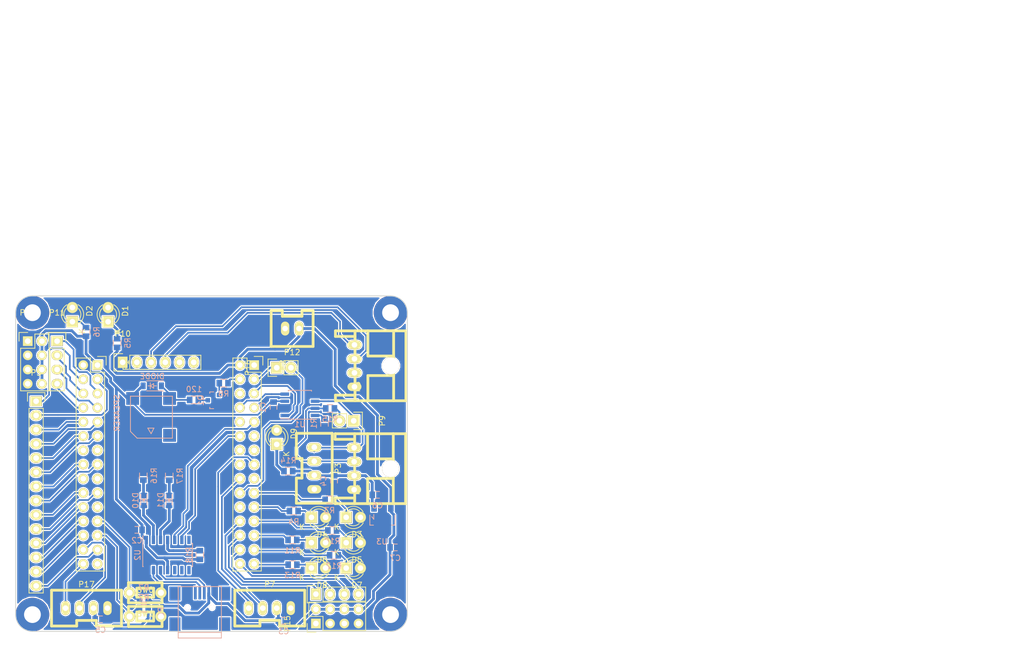
<source format=kicad_pcb>
(kicad_pcb (version 4) (host pcbnew 4.0.1-stable)
  (layers (0 F.Cu signal) (31 B.Cu signal) (34 B.Paste user) (35 F.Paste user) (36 B.SilkS user) (37 F.SilkS user) (38 B.Mask user) (39 F.Mask user) (44 Edge.Cuts user))
  (net 0 "")
  (net 1 +5V)
  (net 2 GND)
  (net 3 "Net-(D1-Pad1)")
  (net 4 "Net-(D2-Pad1)")
  (net 5 +3.3V)
  (net 6 /E6)
  (net 7 /E5)
  (net 8 /C1)
  (net 9 /C0)
  (net 10 /C3)
  (net 11 /C2)
  (net 12 /A1)
  (net 13 /A0)
  (net 14 /A3)
  (net 15 /A2)
  (net 16 /A5)
  (net 17 /A4)
  (net 18 /A7)
  (net 19 /A6)
  (net 20 /C5)
  (net 21 /C4)
  (net 22 /B1)
  (net 23 /B0)
  (net 24 /E9)
  (net 25 /E8)
  (net 26 /E11)
  (net 27 /E10)
  (net 28 /E13)
  (net 29 /E12)
  (net 30 /B10)
  (net 31 /E14)
  (net 32 /B11)
  (net 33 /B13)
  (net 34 /B9)
  (net 35 /B8)
  (net 36 /B7)
  (net 37 /B6)
  (net 38 /B5)
  (net 39 /B4)
  (net 40 /B3)
  (net 41 /D6)
  (net 42 /D5)
  (net 43 /D2)
  (net 44 /C12)
  (net 45 /A15)
  (net 46 /A11)
  (net 47 /A10)
  (net 48 /A9)
  (net 49 /A8)
  (net 50 /C9)
  (net 51 /C8)
  (net 52 /C7)
  (net 53 /C6)
  (net 54 /D15)
  (net 55 /D14)
  (net 56 /D13)
  (net 57 /D12)
  (net 58 /D9)
  (net 59 /D8)
  (net 60 /B14)
  (net 61 /B15)
  (net 62 "Net-(P10-Pad2)")
  (net 63 /CLK)
  (net 64 /DIO)
  (net 65 "Net-(P10-Pad5)")
  (net 66 "Net-(P10-Pad6)")
  (net 67 /CAN_L)
  (net 68 /CAN_H)
  (net 69 +12V)
  (net 70 "Net-(P8-Pad2)")
  (net 71 "Net-(D3-Pad1)")
  (net 72 "Net-(D4-Pad1)")
  (net 73 "Net-(Q1-Pad3)")
  (net 74 "Net-(D5-Pad1)")
  (net 75 "Net-(D6-Pad1)")
  (net 76 "Net-(D7-Pad1)")
  (net 77 "Net-(D8-Pad1)")
  (net 78 "Net-(D9-Pad1)")
  (net 79 "Net-(Q1-Pad1)")
  (net 80 "Net-(P9-Pad2)")
  (net 81 "Net-(R1-Pad1)")
  (net 82 /GP0)
  (net 83 "Net-(D10-Pad2)")
  (net 84 /GP1)
  (net 85 "Net-(D11-Pad2)")
  (net 86 /D-)
  (net 87 /D+)
  (net 88 "Net-(P6-Pad4)")
  (net 89 "Net-(P6-Pad6)")
  (net 90 "Net-(R18-Pad1)")
  (net 91 "Net-(U2-Pad7)")
  (net 92 "Net-(U2-Pad8)")
  (net 93 "Net-(U2-Pad9)")
  (net 94 "Net-(U2-Pad10)")
  (net 95 "Net-(D12-Pad1)")
  (module RP_KiCAD_Connector:XA_4T (layer F.Cu) (at 142.75 125.5)
    (fp_text reference P7 (at 3.75 -4.25) (layer F.SilkS))
    (fp_text value SERIAL2)
    (pad 4 thru_hole oval (at 0 0) (size 1.5 2.5) (drill 1) (layers *.Cu *.Mask F.SilkS) (net 47 /A10))
    (pad 3 thru_hole oval (at 2.5 0) (size 1.5 2.5) (drill 1) (layers *.Cu *.Mask F.SilkS) (net 48 /A9))
    (pad 2 thru_hole oval (at 5 0) (size 1.5 2.5) (drill 1) (layers *.Cu *.Mask F.SilkS) (net 1 +5V))
    (pad 1 thru_hole oval (at 7.5 0) (size 1.5 2.5) (drill 1) (layers *.Cu *.Mask F.SilkS) (net 2 GND))
  )
  (module LEDs:LED-3MM (layer F.Cu) (at 153.94 118.32)
    (fp_text reference D8 (at 1.91 3.06) (layer F.SilkS))
    (fp_text value LED)
    (fp_text user K (at -1.69 1.74) (layer F.SilkS))
    (pad 1 thru_hole rect (at 0 0 90) (size 2 2) (drill 1.00076) (layers *.Cu *.Mask F.SilkS) (net 77 "Net-(D8-Pad1)"))
    (pad 2 thru_hole circle (at 2.54 0) (size 2 2) (drill 1.00076) (layers *.Cu *.Mask F.SilkS) (net 2 GND))
  )
  (module Connect:USB_Mini-B (layer B.Cu) (at 134 126.25 90)
    (fp_text reference P6 (at 0 -6.90118 90) (layer B.SilkS) (effects (justify mirror)))
    (fp_text value SERIAL1)
    (pad 1 smd rect (at 3.44932 1.6002 90) (size 2.30124 0.50038) (layers B.Cu B.Paste B.Mask) (net 1 +5V))
    (pad 2 smd rect (at 3.44932 0.8001 90) (size 2.30124 0.50038) (layers B.Cu B.Paste B.Mask) (net 86 /D-))
    (pad 3 smd rect (at 3.44932 0 90) (size 2.30124 0.50038) (layers B.Cu B.Paste B.Mask) (net 87 /D+))
    (pad 4 smd rect (at 3.44932 -0.8001 90) (size 2.30124 0.50038) (layers B.Cu B.Paste B.Mask) (net 88 "Net-(P6-Pad4)"))
    (pad 5 smd rect (at 3.44932 -1.6002 90) (size 2.30124 0.50038) (layers B.Cu B.Paste B.Mask) (net 2 GND))
    (pad 6 smd rect (at 3.35026 4.45008 90) (size 2.49936 1.99898) (layers B.Cu B.Paste B.Mask) (net 89 "Net-(P6-Pad6)"))
    (pad 6 smd rect (at -2.14884 4.45008 90) (size 2.49936 1.99898) (layers B.Cu B.Paste B.Mask) (net 89 "Net-(P6-Pad6)"))
    (pad 6 smd rect (at 3.35026 -4.45008 90) (size 2.49936 1.99898) (layers B.Cu B.Paste B.Mask) (net 89 "Net-(P6-Pad6)"))
    (pad 6 smd rect (at -2.14884 -4.45008 90) (size 2.49936 1.99898) (layers B.Cu B.Paste B.Mask) (net 89 "Net-(P6-Pad6)"))
    (pad "" np_thru_hole circle (at 0.8509 2.19964 90) (size 0.89916 0.89916) (drill 0.89916) (layers *.Cu *.Mask B.SilkS))
    (pad "" np_thru_hole circle (at 0.8509 -2.19964 90) (size 0.89916 0.89916) (drill 0.89916) (layers *.Cu *.Mask B.SilkS))
  )
  (module Pin_Headers:Pin_Header_Straight_1x04 (layer F.Cu) (at 108.5 77.75)
    (fp_text reference P11 (at 0 -5.1) (layer F.SilkS))
    (fp_text value A/D)
    (pad 1 thru_hole rect (at 0 0) (size 2.032 1.7272) (drill 1.016) (layers *.Cu *.Mask F.SilkS) (net 9 /C0))
    (pad 2 thru_hole oval (at 0 2.54) (size 2.032 1.7272) (drill 1.016) (layers *.Cu *.Mask F.SilkS) (net 8 /C1))
    (pad 3 thru_hole oval (at 0 5.08) (size 2.032 1.7272) (drill 1.016) (layers *.Cu *.Mask F.SilkS) (net 11 /C2))
    (pad 4 thru_hole oval (at 0 7.62) (size 2.032 1.7272) (drill 1.016) (layers *.Cu *.Mask F.SilkS) (net 10 /C3))
  )
  (module Housings_SOIC:SOIC-14_3.9x8.7mm_Pitch1.27mm (layer B.Cu) (at 128.25 116 270)
    (fp_text reference U2 (at 0 5.375 270) (layer B.SilkS) (effects (justify mirror)))
    (fp_text value MCP2221)
    (pad 1 smd rect (at -2.7 3.81 270) (size 1.5 0.6) (layers B.Cu B.Paste B.Mask) (net 5 +3.3V))
    (pad 2 smd rect (at -2.7 2.54 270) (size 1.5 0.6) (layers B.Cu B.Paste B.Mask) (net 82 /GP0))
    (pad 3 smd rect (at -2.7 1.27 270) (size 1.5 0.6) (layers B.Cu B.Paste B.Mask) (net 84 /GP1))
    (pad 4 smd rect (at -2.7 0 270) (size 1.5 0.6) (layers B.Cu B.Paste B.Mask) (net 90 "Net-(R18-Pad1)"))
    (pad 5 smd rect (at -2.7 -1.27 270) (size 1.5 0.6) (layers B.Cu B.Paste B.Mask) (net 41 /D6))
    (pad 6 smd rect (at -2.7 -2.54 270) (size 1.5 0.6) (layers B.Cu B.Paste B.Mask) (net 42 /D5))
    (pad 7 smd rect (at -2.7 -3.81 270) (size 1.5 0.6) (layers B.Cu B.Paste B.Mask) (net 91 "Net-(U2-Pad7)"))
    (pad 8 smd rect (at 2.7 -3.81 270) (size 1.5 0.6) (layers B.Cu B.Paste B.Mask) (net 92 "Net-(U2-Pad8)"))
    (pad 9 smd rect (at 2.7 -2.54 270) (size 1.5 0.6) (layers B.Cu B.Paste B.Mask) (net 93 "Net-(U2-Pad9)"))
    (pad 10 smd rect (at 2.7 -1.27 270) (size 1.5 0.6) (layers B.Cu B.Paste B.Mask) (net 94 "Net-(U2-Pad10)"))
    (pad 11 smd rect (at 2.7 0 270) (size 1.5 0.6) (layers B.Cu B.Paste B.Mask) (net 5 +3.3V))
    (pad 12 smd rect (at 2.7 1.27 270) (size 1.5 0.6) (layers B.Cu B.Paste B.Mask) (net 86 /D-))
    (pad 13 smd rect (at 2.7 2.54 270) (size 1.5 0.6) (layers B.Cu B.Paste B.Mask) (net 87 /D+))
    (pad 14 smd rect (at 2.7 3.81 270) (size 1.5 0.6) (layers B.Cu B.Paste B.Mask) (net 2 GND))
  )
  (module Pin_Headers:Pin_Header_Straight_1x02 (layer F.Cu) (at 161.5 92 270)
    (fp_text reference P9 (at 0 -5.1 270) (layer F.SilkS))
    (fp_text value CAN_JP)
    (pad 1 thru_hole rect (at 0 0 270) (size 2.032 2.032) (drill 1.016) (layers *.Cu *.Mask F.SilkS) (net 67 /CAN_L))
    (pad 2 thru_hole oval (at 0 2.54 270) (size 2.032 2.032) (drill 1.016) (layers *.Cu *.Mask F.SilkS) (net 80 "Net-(P9-Pad2)"))
  )
  (module Socket_Strips:Socket_Strip_Straight_2x15 (layer F.Cu) (at 115.715 82.035 270)
    (fp_text reference P1 (at 0 -5.1 270) (layer F.SilkS))
    (fp_text value CONN_02X15)
    (pad 1 thru_hole rect (at 0 0 270) (size 1.7272 1.7272) (drill 1.016) (layers *.Cu *.Mask F.SilkS) (net 5 +3.3V))
    (pad 2 thru_hole oval (at 0 2.54 270) (size 1.7272 1.7272) (drill 1.016) (layers *.Cu *.Mask F.SilkS) (net 2 GND))
    (pad 3 thru_hole oval (at 2.54 0 270) (size 1.7272 1.7272) (drill 1.016) (layers *.Cu *.Mask F.SilkS) (net 7 /E5))
    (pad 4 thru_hole oval (at 2.54 2.54 270) (size 1.7272 1.7272) (drill 1.016) (layers *.Cu *.Mask F.SilkS) (net 6 /E6))
    (pad 5 thru_hole oval (at 5.08 0 270) (size 1.7272 1.7272) (drill 1.016) (layers *.Cu *.Mask F.SilkS) (net 9 /C0))
    (pad 6 thru_hole oval (at 5.08 2.54 270) (size 1.7272 1.7272) (drill 1.016) (layers *.Cu *.Mask F.SilkS) (net 8 /C1))
    (pad 7 thru_hole oval (at 7.62 0 270) (size 1.7272 1.7272) (drill 1.016) (layers *.Cu *.Mask F.SilkS) (net 11 /C2))
    (pad 8 thru_hole oval (at 7.62 2.54 270) (size 1.7272 1.7272) (drill 1.016) (layers *.Cu *.Mask F.SilkS) (net 10 /C3))
    (pad 9 thru_hole oval (at 10.16 0 270) (size 1.7272 1.7272) (drill 1.016) (layers *.Cu *.Mask F.SilkS) (net 13 /A0))
    (pad 10 thru_hole oval (at 10.16 2.54 270) (size 1.7272 1.7272) (drill 1.016) (layers *.Cu *.Mask F.SilkS) (net 12 /A1))
    (pad 11 thru_hole oval (at 12.7 0 270) (size 1.7272 1.7272) (drill 1.016) (layers *.Cu *.Mask F.SilkS) (net 15 /A2))
    (pad 12 thru_hole oval (at 12.7 2.54 270) (size 1.7272 1.7272) (drill 1.016) (layers *.Cu *.Mask F.SilkS) (net 14 /A3))
    (pad 13 thru_hole oval (at 15.24 0 270) (size 1.7272 1.7272) (drill 1.016) (layers *.Cu *.Mask F.SilkS) (net 17 /A4))
    (pad 14 thru_hole oval (at 15.24 2.54 270) (size 1.7272 1.7272) (drill 1.016) (layers *.Cu *.Mask F.SilkS) (net 16 /A5))
    (pad 15 thru_hole oval (at 17.78 0 270) (size 1.7272 1.7272) (drill 1.016) (layers *.Cu *.Mask F.SilkS) (net 19 /A6))
    (pad 16 thru_hole oval (at 17.78 2.54 270) (size 1.7272 1.7272) (drill 1.016) (layers *.Cu *.Mask F.SilkS) (net 18 /A7))
    (pad 17 thru_hole oval (at 20.32 0 270) (size 1.7272 1.7272) (drill 1.016) (layers *.Cu *.Mask F.SilkS) (net 21 /C4))
    (pad 18 thru_hole oval (at 20.32 2.54 270) (size 1.7272 1.7272) (drill 1.016) (layers *.Cu *.Mask F.SilkS) (net 20 /C5))
    (pad 19 thru_hole oval (at 22.86 0 270) (size 1.7272 1.7272) (drill 1.016) (layers *.Cu *.Mask F.SilkS) (net 23 /B0))
    (pad 20 thru_hole oval (at 22.86 2.54 270) (size 1.7272 1.7272) (drill 1.016) (layers *.Cu *.Mask F.SilkS) (net 22 /B1))
    (pad 21 thru_hole oval (at 25.4 0 270) (size 1.7272 1.7272) (drill 1.016) (layers *.Cu *.Mask F.SilkS) (net 25 /E8))
    (pad 22 thru_hole oval (at 25.4 2.54 270) (size 1.7272 1.7272) (drill 1.016) (layers *.Cu *.Mask F.SilkS) (net 24 /E9))
    (pad 23 thru_hole oval (at 27.94 0 270) (size 1.7272 1.7272) (drill 1.016) (layers *.Cu *.Mask F.SilkS) (net 27 /E10))
    (pad 24 thru_hole oval (at 27.94 2.54 270) (size 1.7272 1.7272) (drill 1.016) (layers *.Cu *.Mask F.SilkS) (net 26 /E11))
    (pad 25 thru_hole oval (at 30.48 0 270) (size 1.7272 1.7272) (drill 1.016) (layers *.Cu *.Mask F.SilkS) (net 29 /E12))
    (pad 26 thru_hole oval (at 30.48 2.54 270) (size 1.7272 1.7272) (drill 1.016) (layers *.Cu *.Mask F.SilkS) (net 28 /E13))
    (pad 27 thru_hole oval (at 33.02 0 270) (size 1.7272 1.7272) (drill 1.016) (layers *.Cu *.Mask F.SilkS) (net 31 /E14))
    (pad 28 thru_hole oval (at 33.02 2.54 270) (size 1.7272 1.7272) (drill 1.016) (layers *.Cu *.Mask F.SilkS) (net 30 /B10))
    (pad 29 thru_hole oval (at 35.56 0 270) (size 1.7272 1.7272) (drill 1.016) (layers *.Cu *.Mask F.SilkS) (net 33 /B13))
    (pad 30 thru_hole oval (at 35.56 2.54 270) (size 1.7272 1.7272) (drill 1.016) (layers *.Cu *.Mask F.SilkS) (net 32 /B11))
  )
  (module Capacitors_SMD:C_0603 (layer B.Cu) (at 147.18 89.6 270)
    (fp_text reference C1 (at 0 1.9 270) (layer B.SilkS) (effects (justify mirror)))
    (fp_text value 0.1u)
    (pad 1 smd rect (at -0.95 0 270) (size 1 1.2) (layers B.Cu B.Paste B.Mask) (net 5 +3.3V))
    (pad 2 smd rect (at 0.93 0 270) (size 1 1.2) (layers B.Cu B.Paste B.Mask) (net 2 GND))
  )
  (module Capacitors_SMD:C_0603 (layer B.Cu) (at 122.75 111.5)
    (fp_text reference C2 (at 0 1.9) (layer B.SilkS) (effects (justify mirror)))
    (fp_text value 0.1u)
    (pad 1 smd rect (at -0.95 0) (size 1 1.2) (layers B.Cu B.Paste B.Mask) (net 2 GND))
    (pad 2 smd rect (at 0.93 0) (size 1 1.2) (layers B.Cu B.Paste B.Mask) (net 5 +3.3V))
  )
  (module Capacitors_SMD:C_0603 (layer B.Cu) (at 149 127.75)
    (fp_text reference C3 (at 0 1.9) (layer B.SilkS) (effects (justify mirror)))
    (fp_text value 0.1u)
    (pad 1 smd rect (at -0.95 0) (size 1 1.2) (layers B.Cu B.Paste B.Mask) (net 1 +5V))
    (pad 2 smd rect (at 0.93 0) (size 1 1.2) (layers B.Cu B.Paste B.Mask) (net 2 GND))
  )
  (module RP_KiCAD_Connector:XA_4T (layer F.Cu) (at 154.46 96.74 270)
    (fp_text reference P3 (at 3.75 -4.25 270) (layer F.SilkS))
    (fp_text value CAN)
    (pad 4 thru_hole oval (at 0 0 270) (size 1.5 2.5) (drill 1) (layers *.Cu *.Mask F.SilkS) (net 67 /CAN_L))
    (pad 3 thru_hole oval (at 2.5 0 270) (size 1.5 2.5) (drill 1) (layers *.Cu *.Mask F.SilkS) (net 68 /CAN_H))
    (pad 2 thru_hole oval (at 5 0 270) (size 1.5 2.5) (drill 1) (layers *.Cu *.Mask F.SilkS) (net 69 +12V))
    (pad 1 thru_hole oval (at 7.5 0 270) (size 1.5 2.5) (drill 1) (layers *.Cu *.Mask F.SilkS) (net 2 GND))
  )
  (module RP_KiCAD_Connector:XA_2T (layer F.Cu) (at 151.75 75.5 180)
    (fp_text reference P12 (at 1.25 -4.25 180) (layer F.SilkS))
    (fp_text value 5V_in)
    (pad 2 thru_hole oval (at 0 0 180) (size 1.5 2.5) (drill 1) (layers *.Cu *.Mask F.SilkS) (net 1 +5V))
    (pad 1 thru_hole oval (at 2.5 0 180) (size 1.5 2.5) (drill 1) (layers *.Cu *.Mask F.SilkS) (net 2 GND))
  )
  (module Resistors_SMD:R_0603 (layer B.Cu) (at 119.22 78.09 90)
    (fp_text reference R5 (at 0 1.9 90) (layer B.SilkS) (effects (justify mirror)))
    (fp_text value 510)
    (pad 1 smd rect (at -0.78 0 90) (size 1 1.2) (layers B.Cu B.Paste B.Mask) (net 1 +5V))
    (pad 2 smd rect (at 0.78 0 90) (size 1 1.2) (layers B.Cu B.Paste B.Mask) (net 3 "Net-(D1-Pad1)"))
  )
  (module Resistors_SMD:R_0603 (layer B.Cu) (at 113.675 76.095 90)
    (fp_text reference R6 (at 0 1.9 90) (layer B.SilkS) (effects (justify mirror)))
    (fp_text value 330)
    (pad 1 smd rect (at -0.78 0 90) (size 1 1.2) (layers B.Cu B.Paste B.Mask) (net 5 +3.3V))
    (pad 2 smd rect (at 0.78 0 90) (size 1 1.2) (layers B.Cu B.Paste B.Mask) (net 4 "Net-(D2-Pad1)"))
  )
  (module LEDs:LED-3MM (layer F.Cu) (at 117.61 74.28 90)
    (fp_text reference D1 (at 1.91 3.06 90) (layer F.SilkS))
    (fp_text value LED)
    (fp_text user K (at -1.69 1.74 90) (layer F.SilkS))
    (pad 1 thru_hole rect (at 0 0 180) (size 2 2) (drill 1.00076) (layers *.Cu *.Mask F.SilkS) (net 3 "Net-(D1-Pad1)"))
    (pad 2 thru_hole circle (at 2.54 0 90) (size 2 2) (drill 1.00076) (layers *.Cu *.Mask F.SilkS) (net 2 GND))
  )
  (module LEDs:LED-3MM (layer F.Cu) (at 111.225 74.27 90)
    (fp_text reference D2 (at 1.91 3.06 90) (layer F.SilkS))
    (fp_text value LED)
    (fp_text user K (at -1.69 1.74 90) (layer F.SilkS))
    (pad 1 thru_hole rect (at 0 0 180) (size 2 2) (drill 1.00076) (layers *.Cu *.Mask F.SilkS) (net 4 "Net-(D2-Pad1)"))
    (pad 2 thru_hole circle (at 2.54 0 90) (size 2 2) (drill 1.00076) (layers *.Cu *.Mask F.SilkS) (net 2 GND))
  )
  (module Socket_Strips:Socket_Strip_Straight_2x15 (layer F.Cu) (at 143.715 82.035 270)
    (fp_text reference P2 (at 0 -5.1 270) (layer F.SilkS))
    (fp_text value CONN_02X15)
    (pad 1 thru_hole rect (at 0 0 270) (size 1.7272 1.7272) (drill 1.016) (layers *.Cu *.Mask F.SilkS) (net 2 GND))
    (pad 2 thru_hole oval (at 0 2.54 270) (size 1.7272 1.7272) (drill 1.016) (layers *.Cu *.Mask F.SilkS) (net 1 +5V))
    (pad 3 thru_hole oval (at 2.54 0 270) (size 1.7272 1.7272) (drill 1.016) (layers *.Cu *.Mask F.SilkS) (net 35 /B8))
    (pad 4 thru_hole oval (at 2.54 2.54 270) (size 1.7272 1.7272) (drill 1.016) (layers *.Cu *.Mask F.SilkS) (net 34 /B9))
    (pad 5 thru_hole oval (at 5.08 0 270) (size 1.7272 1.7272) (drill 1.016) (layers *.Cu *.Mask F.SilkS) (net 37 /B6))
    (pad 6 thru_hole oval (at 5.08 2.54 270) (size 1.7272 1.7272) (drill 1.016) (layers *.Cu *.Mask F.SilkS) (net 36 /B7))
    (pad 7 thru_hole oval (at 7.62 0 270) (size 1.7272 1.7272) (drill 1.016) (layers *.Cu *.Mask F.SilkS) (net 39 /B4))
    (pad 8 thru_hole oval (at 7.62 2.54 270) (size 1.7272 1.7272) (drill 1.016) (layers *.Cu *.Mask F.SilkS) (net 38 /B5))
    (pad 9 thru_hole oval (at 10.16 0 270) (size 1.7272 1.7272) (drill 1.016) (layers *.Cu *.Mask F.SilkS) (net 41 /D6))
    (pad 10 thru_hole oval (at 10.16 2.54 270) (size 1.7272 1.7272) (drill 1.016) (layers *.Cu *.Mask F.SilkS) (net 40 /B3))
    (pad 11 thru_hole oval (at 12.7 0 270) (size 1.7272 1.7272) (drill 1.016) (layers *.Cu *.Mask F.SilkS) (net 43 /D2))
    (pad 12 thru_hole oval (at 12.7 2.54 270) (size 1.7272 1.7272) (drill 1.016) (layers *.Cu *.Mask F.SilkS) (net 42 /D5))
    (pad 13 thru_hole oval (at 15.24 0 270) (size 1.7272 1.7272) (drill 1.016) (layers *.Cu *.Mask F.SilkS) (net 45 /A15))
    (pad 14 thru_hole oval (at 15.24 2.54 270) (size 1.7272 1.7272) (drill 1.016) (layers *.Cu *.Mask F.SilkS) (net 44 /C12))
    (pad 15 thru_hole oval (at 17.78 0 270) (size 1.7272 1.7272) (drill 1.016) (layers *.Cu *.Mask F.SilkS) (net 47 /A10))
    (pad 16 thru_hole oval (at 17.78 2.54 270) (size 1.7272 1.7272) (drill 1.016) (layers *.Cu *.Mask F.SilkS) (net 46 /A11))
    (pad 17 thru_hole oval (at 20.32 0 270) (size 1.7272 1.7272) (drill 1.016) (layers *.Cu *.Mask F.SilkS) (net 49 /A8))
    (pad 18 thru_hole oval (at 20.32 2.54 270) (size 1.7272 1.7272) (drill 1.016) (layers *.Cu *.Mask F.SilkS) (net 48 /A9))
    (pad 19 thru_hole oval (at 22.86 0 270) (size 1.7272 1.7272) (drill 1.016) (layers *.Cu *.Mask F.SilkS) (net 51 /C8))
    (pad 20 thru_hole oval (at 22.86 2.54 270) (size 1.7272 1.7272) (drill 1.016) (layers *.Cu *.Mask F.SilkS) (net 50 /C9))
    (pad 21 thru_hole oval (at 25.4 0 270) (size 1.7272 1.7272) (drill 1.016) (layers *.Cu *.Mask F.SilkS) (net 53 /C6))
    (pad 22 thru_hole oval (at 25.4 2.54 270) (size 1.7272 1.7272) (drill 1.016) (layers *.Cu *.Mask F.SilkS) (net 52 /C7))
    (pad 23 thru_hole oval (at 27.94 0 270) (size 1.7272 1.7272) (drill 1.016) (layers *.Cu *.Mask F.SilkS) (net 55 /D14))
    (pad 24 thru_hole oval (at 27.94 2.54 270) (size 1.7272 1.7272) (drill 1.016) (layers *.Cu *.Mask F.SilkS) (net 54 /D15))
    (pad 25 thru_hole oval (at 30.48 0 270) (size 1.7272 1.7272) (drill 1.016) (layers *.Cu *.Mask F.SilkS) (net 57 /D12))
    (pad 26 thru_hole oval (at 30.48 2.54 270) (size 1.7272 1.7272) (drill 1.016) (layers *.Cu *.Mask F.SilkS) (net 56 /D13))
    (pad 27 thru_hole oval (at 33.02 0 270) (size 1.7272 1.7272) (drill 1.016) (layers *.Cu *.Mask F.SilkS) (net 59 /D8))
    (pad 28 thru_hole oval (at 33.02 2.54 270) (size 1.7272 1.7272) (drill 1.016) (layers *.Cu *.Mask F.SilkS) (net 58 /D9))
    (pad 29 thru_hole oval (at 35.56 0 270) (size 1.7272 1.7272) (drill 1.016) (layers *.Cu *.Mask F.SilkS) (net 61 /B15))
    (pad 30 thru_hole oval (at 35.56 2.54 270) (size 1.7272 1.7272) (drill 1.016) (layers *.Cu *.Mask F.SilkS) (net 60 /B14))
  )
  (module Socket_Strips:Socket_Strip_Straight_1x06 (layer F.Cu) (at 120.215 81.535)
    (fp_text reference P10 (at 0 -5.1) (layer F.SilkS))
    (fp_text value WRITING)
    (pad 1 thru_hole rect (at 0 0) (size 1.7272 2.032) (drill 1.016) (layers *.Cu *.Mask F.SilkS) (net 2 GND))
    (pad 2 thru_hole oval (at 2.54 0) (size 1.7272 2.032) (drill 1.016) (layers *.Cu *.Mask F.SilkS) (net 62 "Net-(P10-Pad2)"))
    (pad 3 thru_hole oval (at 5.08 0) (size 1.7272 2.032) (drill 1.016) (layers *.Cu *.Mask F.SilkS) (net 63 /CLK))
    (pad 4 thru_hole oval (at 7.62 0) (size 1.7272 2.032) (drill 1.016) (layers *.Cu *.Mask F.SilkS) (net 64 /DIO))
    (pad 5 thru_hole oval (at 10.16 0) (size 1.7272 2.032) (drill 1.016) (layers *.Cu *.Mask F.SilkS) (net 65 "Net-(P10-Pad5)"))
    (pad 6 thru_hole oval (at 12.7 0) (size 1.7272 2.032) (drill 1.016) (layers *.Cu *.Mask F.SilkS) (net 66 "Net-(P10-Pad6)"))
  )
  (module RP_KiCAD_Connector:XA_4LC (layer F.Cu) (at 161.58 104.31 90)
    (fp_text reference P4 (at 0 0.5 90) (layer F.SilkS))
    (fp_text value CAN)
    (pad 1 thru_hole oval (at 0 0 90) (size 1.5 2.5) (drill 1) (layers *.Cu *.Mask F.SilkS) (net 2 GND))
    (pad 2 thru_hole oval (at 2.5 0 90) (size 1.5 2.5) (drill 1) (layers *.Cu *.Mask F.SilkS) (net 69 +12V))
    (pad 3 thru_hole oval (at 5 0 90) (size 1.5 2.5) (drill 1) (layers *.Cu *.Mask F.SilkS) (net 68 /CAN_H))
    (pad 4 thru_hole oval (at 7.5 0 90) (size 1.5 2.5) (drill 1) (layers *.Cu *.Mask F.SilkS) (net 67 /CAN_L))
    (pad "" thru_hole circle (at 3.75 6.5 90) (size 3 3) (drill 3) (layers *.Cu *.Mask F.SilkS) (clearance -0.3))
  )
  (module RP_KiCAD_Connector:XA_4LC (layer F.Cu) (at 161.64 85.91 90)
    (fp_text reference P8 (at 0 0.5 90) (layer F.SilkS))
    (fp_text value WRITING_IN)
    (pad 1 thru_hole oval (at 0 0 90) (size 1.5 2.5) (drill 1) (layers *.Cu *.Mask F.SilkS) (net 2 GND))
    (pad 2 thru_hole oval (at 2.5 0 90) (size 1.5 2.5) (drill 1) (layers *.Cu *.Mask F.SilkS) (net 70 "Net-(P8-Pad2)"))
    (pad 3 thru_hole oval (at 5 0 90) (size 1.5 2.5) (drill 1) (layers *.Cu *.Mask F.SilkS) (net 63 /CLK))
    (pad 4 thru_hole oval (at 7.5 0 90) (size 1.5 2.5) (drill 1) (layers *.Cu *.Mask F.SilkS) (net 64 /DIO))
    (pad "" thru_hole circle (at 3.75 6.5 90) (size 3 3) (drill 3) (layers *.Cu *.Mask F.SilkS) (clearance -0.3))
  )
  (module Housings_SOIC:SOIC-8_3.9x4.9mm_Pitch1.27mm (layer B.Cu) (at 151.89 89.135)
    (fp_text reference U1 (at 0 3.5) (layer B.SilkS) (effects (justify mirror)))
    (fp_text value MAX3051)
    (pad 1 smd rect (at -2.7 1.905) (size 1.55 0.6) (layers B.Cu B.Paste B.Mask) (net 37 /B6))
    (pad 2 smd rect (at -2.7 0.635) (size 1.55 0.6) (layers B.Cu B.Paste B.Mask) (net 2 GND))
    (pad 3 smd rect (at -2.7 -0.635) (size 1.55 0.6) (layers B.Cu B.Paste B.Mask) (net 5 +3.3V))
    (pad 4 smd rect (at -2.7 -1.905) (size 1.55 0.6) (layers B.Cu B.Paste B.Mask) (net 38 /B5))
    (pad 5 smd rect (at 2.7 -1.905) (size 1.55 0.6) (layers B.Cu B.Paste B.Mask) (net 2 GND))
    (pad 6 smd rect (at 2.7 -0.635) (size 1.55 0.6) (layers B.Cu B.Paste B.Mask) (net 67 /CAN_L))
    (pad 7 smd rect (at 2.7 0.635) (size 1.55 0.6) (layers B.Cu B.Paste B.Mask) (net 68 /CAN_H))
    (pad 8 smd rect (at 2.7 1.905) (size 1.55 0.6) (layers B.Cu B.Paste B.Mask) (net 81 "Net-(R1-Pad1)"))
  )
  (module Capacitors_SMD:C_0603 (layer B.Cu) (at 157.99 102.78 270)
    (fp_text reference C4 (at 0 1.9 270) (layer B.SilkS) (effects (justify mirror)))
    (fp_text value 0.1u)
    (pad 1 smd rect (at -0.95 0 270) (size 1 1.2) (layers B.Cu B.Paste B.Mask) (net 69 +12V))
    (pad 2 smd rect (at 0.93 0 270) (size 1 1.2) (layers B.Cu B.Paste B.Mask) (net 2 GND))
  )
  (module LEDs:LED-3MM (layer F.Cu) (at 160.16 109.26)
    (fp_text reference D3 (at 1.91 3.06) (layer F.SilkS))
    (fp_text value LED)
    (fp_text user K (at -1.69 1.74) (layer F.SilkS))
    (pad 1 thru_hole rect (at 0 0 90) (size 2 2) (drill 1.00076) (layers *.Cu *.Mask F.SilkS) (net 71 "Net-(D3-Pad1)"))
    (pad 2 thru_hole circle (at 2.54 0) (size 2 2) (drill 1.00076) (layers *.Cu *.Mask F.SilkS) (net 2 GND))
  )
  (module LEDs:LED-3MM (layer F.Cu) (at 153.95 109.27)
    (fp_text reference D4 (at 1.91 3.06) (layer F.SilkS))
    (fp_text value LED)
    (fp_text user K (at -1.69 1.74) (layer F.SilkS))
    (pad 1 thru_hole rect (at 0 0 90) (size 2 2) (drill 1.00076) (layers *.Cu *.Mask F.SilkS) (net 72 "Net-(D4-Pad1)"))
    (pad 2 thru_hole circle (at 2.54 0) (size 2 2) (drill 1.00076) (layers *.Cu *.Mask F.SilkS) (net 2 GND))
  )
  (module Resistors_SMD:R_0603 (layer B.Cu) (at 157.18 106.13)
    (fp_text reference R3 (at 0 1.9) (layer B.SilkS) (effects (justify mirror)))
    (fp_text value 330)
    (pad 1 smd rect (at -0.78 0) (size 1 1.2) (layers B.Cu B.Paste B.Mask) (net 51 /C8))
    (pad 2 smd rect (at 0.78 0) (size 1 1.2) (layers B.Cu B.Paste B.Mask) (net 71 "Net-(D3-Pad1)"))
  )
  (module Resistors_SMD:R_0603 (layer B.Cu) (at 150.79 108.13)
    (fp_text reference R4 (at 0 1.9) (layer B.SilkS) (effects (justify mirror)))
    (fp_text value 330)
    (pad 1 smd rect (at -0.78 0) (size 1 1.2) (layers B.Cu B.Paste B.Mask) (net 53 /C6))
    (pad 2 smd rect (at 0.78 0) (size 1 1.2) (layers B.Cu B.Paste B.Mask) (net 72 "Net-(D4-Pad1)"))
  )
  (module Resistors_SMD:R_0603 (layer B.Cu) (at 124 123.75 180)
    (fp_text reference R7 (at 0 1.9 180) (layer B.SilkS) (effects (justify mirror)))
    (fp_text value 10k)
    (pad 1 smd rect (at -0.78 0 180) (size 1 1.2) (layers B.Cu B.Paste B.Mask) (net 1 +5V))
    (pad 2 smd rect (at 0.78 0 180) (size 1 1.2) (layers B.Cu B.Paste B.Mask) (net 27 /E10))
  )
  (module Resistors_SMD:R_0603 (layer B.Cu) (at 138.26 85.26)
    (fp_text reference R8 (at 0 1.9) (layer B.SilkS) (effects (justify mirror)))
    (fp_text value 10)
    (pad 1 smd rect (at -0.78 0) (size 1 1.2) (layers B.Cu B.Paste B.Mask) (net 79 "Net-(Q1-Pad1)"))
    (pad 2 smd rect (at 0.78 0) (size 1 1.2) (layers B.Cu B.Paste B.Mask) (net 34 /B9))
  )
  (module Resistors_SMD:R_0603 (layer B.Cu) (at 132.96 88.26)
    (fp_text reference R9 hide)
    (fp_text value 120 (at 0 -1.9) (layer B.SilkS) (effects (justify mirror)))
    (pad 1 smd rect (at -0.78 0) (size 1 1.2) (layers B.Cu B.Paste B.Mask) (net 95 "Net-(D12-Pad1)"))
    (pad 2 smd rect (at 0.78 0) (size 1 1.2) (layers B.Cu B.Paste B.Mask) (net 73 "Net-(Q1-Pad3)"))
  )
  (module Mizz_lib:UGCT7525AN4 (layer B.Cu) (at 125 91 270)
    (fp_text reference SP1 hide)
    (fp_text value SPEAKER (at -0.4 5.8 270) (layer B.SilkS) (effects (justify mirror)))
    (pad 1 smd rect (at -3 3 270) (size 2.3 2.3) (layers B.Cu B.Paste B.Mask) (net 5 +3.3V))
    (pad 2 smd rect (at -3 -3.6 270) (size 2.3 2.3) (layers B.Cu B.Paste B.Mask) (net 95 "Net-(D12-Pad1)"))
    (pad 3 smd rect (at 3.6 -3.6 270) (size 2.3 2.3) (layers B.Cu B.Paste B.Mask))
  )
  (module LEDs:LED-3MM (layer F.Cu) (at 160.16 113.8)
    (fp_text reference D5 (at 1.91 3.06) (layer F.SilkS))
    (fp_text value LED)
    (fp_text user K (at -1.69 1.74) (layer F.SilkS))
    (pad 1 thru_hole rect (at 0 0 90) (size 2 2) (drill 1.00076) (layers *.Cu *.Mask F.SilkS) (net 74 "Net-(D5-Pad1)"))
    (pad 2 thru_hole circle (at 2.54 0) (size 2 2) (drill 1.00076) (layers *.Cu *.Mask F.SilkS) (net 2 GND))
  )
  (module LEDs:LED-3MM (layer F.Cu) (at 153.94 113.79)
    (fp_text reference D6 (at 1.91 3.06) (layer F.SilkS))
    (fp_text value LED)
    (fp_text user K (at -1.69 1.74) (layer F.SilkS))
    (pad 1 thru_hole rect (at 0 0 90) (size 2 2) (drill 1.00076) (layers *.Cu *.Mask F.SilkS) (net 75 "Net-(D6-Pad1)"))
    (pad 2 thru_hole circle (at 2.54 0) (size 2 2) (drill 1.00076) (layers *.Cu *.Mask F.SilkS) (net 2 GND))
  )
  (module LEDs:LED-3MM (layer F.Cu) (at 160.16 118.34)
    (fp_text reference D7 (at 1.91 3.06) (layer F.SilkS))
    (fp_text value LED)
    (fp_text user K (at -1.69 1.74) (layer F.SilkS))
    (pad 1 thru_hole rect (at 0 0 90) (size 2 2) (drill 1.00076) (layers *.Cu *.Mask F.SilkS) (net 76 "Net-(D7-Pad1)"))
    (pad 2 thru_hole circle (at 2.54 0) (size 2 2) (drill 1.00076) (layers *.Cu *.Mask F.SilkS) (net 2 GND))
  )
  (module Resistors_SMD:R_0603 (layer B.Cu) (at 157.66 111.62)
    (fp_text reference R10 (at 0 1.9) (layer B.SilkS) (effects (justify mirror)))
    (fp_text value 330)
    (pad 1 smd rect (at -0.78 0) (size 1 1.2) (layers B.Cu B.Paste B.Mask) (net 55 /D14))
    (pad 2 smd rect (at 0.78 0) (size 1 1.2) (layers B.Cu B.Paste B.Mask) (net 74 "Net-(D5-Pad1)"))
  )
  (module Resistors_SMD:R_0603 (layer B.Cu) (at 150.55 113.3)
    (fp_text reference R11 (at 0 1.9) (layer B.SilkS) (effects (justify mirror)))
    (fp_text value 330)
    (pad 1 smd rect (at -0.78 0) (size 1 1.2) (layers B.Cu B.Paste B.Mask) (net 57 /D12))
    (pad 2 smd rect (at 0.78 0) (size 1 1.2) (layers B.Cu B.Paste B.Mask) (net 75 "Net-(D6-Pad1)"))
  )
  (module Resistors_SMD:R_0603 (layer B.Cu) (at 157.97 116.05)
    (fp_text reference R12 (at 0 1.9) (layer B.SilkS) (effects (justify mirror)))
    (fp_text value 330)
    (pad 1 smd rect (at -0.78 0) (size 1 1.2) (layers B.Cu B.Paste B.Mask) (net 59 /D8))
    (pad 2 smd rect (at 0.78 0) (size 1 1.2) (layers B.Cu B.Paste B.Mask) (net 76 "Net-(D7-Pad1)"))
  )
  (module Resistors_SMD:R_0603 (layer B.Cu) (at 150.57 117.73)
    (fp_text reference R13 (at 0 1.9) (layer B.SilkS) (effects (justify mirror)))
    (fp_text value 330)
    (pad 1 smd rect (at -0.78 0) (size 1 1.2) (layers B.Cu B.Paste B.Mask) (net 61 /B15))
    (pad 2 smd rect (at 0.78 0) (size 1 1.2) (layers B.Cu B.Paste B.Mask) (net 77 "Net-(D8-Pad1)"))
  )
  (module LEDs:LED-3MM (layer F.Cu) (at 147.75 96.22 90)
    (fp_text reference D9 (at 1.91 3.06 90) (layer F.SilkS))
    (fp_text value LED)
    (fp_text user K (at -1.69 1.74 90) (layer F.SilkS))
    (pad 1 thru_hole rect (at 0 0 180) (size 2 2) (drill 1.00076) (layers *.Cu *.Mask F.SilkS) (net 78 "Net-(D9-Pad1)"))
    (pad 2 thru_hole circle (at 2.54 0 90) (size 2 2) (drill 1.00076) (layers *.Cu *.Mask F.SilkS) (net 2 GND))
  )
  (module TO_SOT_Packages_SMD:SOT-23 (layer B.Cu) (at 136.43 88.33 270)
    (fp_text reference Q1 (at 0 2.25 270) (layer B.SilkS) (effects (justify mirror)))
    (fp_text value NPN)
    (pad 1 smd rect (at -0.95 -1.00076 270) (size 0.8001 0.8001) (layers B.Cu B.Paste B.Mask) (net 79 "Net-(Q1-Pad1)"))
    (pad 2 smd rect (at 0.95 -1.00076 270) (size 0.8001 0.8001) (layers B.Cu B.Paste B.Mask) (net 2 GND))
    (pad 3 smd rect (at 0 0.99822 270) (size 0.8001 0.8001) (layers B.Cu B.Paste B.Mask) (net 73 "Net-(Q1-Pad3)"))
  )
  (module Resistors_SMD:R_0603 (layer B.Cu) (at 149.82 100.99 180)
    (fp_text reference R14 (at 0 1.9 180) (layer B.SilkS) (effects (justify mirror)))
    (fp_text value 1.2k)
    (pad 1 smd rect (at -0.78 0 180) (size 1 1.2) (layers B.Cu B.Paste B.Mask) (net 69 +12V))
    (pad 2 smd rect (at 0.78 0 180) (size 1 1.2) (layers B.Cu B.Paste B.Mask) (net 78 "Net-(D9-Pad1)"))
  )
  (module Resistors_SMD:R_0603 (layer B.Cu) (at 157.28 89.79)
    (fp_text reference R15 (at 0 1.9) (layer B.SilkS) (effects (justify mirror)))
    (fp_text value 120)
    (pad 1 smd rect (at -0.78 0) (size 1 1.2) (layers B.Cu B.Paste B.Mask) (net 68 /CAN_H))
    (pad 2 smd rect (at 0.78 0) (size 1 1.2) (layers B.Cu B.Paste B.Mask) (net 80 "Net-(P9-Pad2)"))
  )
  (module Resistors_SMD:R_0603 (layer B.Cu) (at 156.29 92.48 270)
    (fp_text reference R1 (at 0 1.9 270) (layer B.SilkS) (effects (justify mirror)))
    (fp_text value 100k)
    (pad 1 smd rect (at -0.78 0 270) (size 1 1.2) (layers B.Cu B.Paste B.Mask) (net 81 "Net-(R1-Pad1)"))
    (pad 2 smd rect (at 0.78 0 270) (size 1 1.2) (layers B.Cu B.Paste B.Mask) (net 2 GND))
  )
  (module Pin_Headers:Pin_Header_Straight_2x04 (layer F.Cu) (at 103.25 77.75)
    (fp_text reference P13 (at 0 -5.1) (layer F.SilkS))
    (fp_text value CONN_02X04)
    (pad 1 thru_hole rect (at 0 0) (size 1.7272 1.7272) (drill 1.016) (layers *.Cu *.Mask F.SilkS) (net 2 GND))
    (pad 2 thru_hole oval (at 2.54 0) (size 1.7272 1.7272) (drill 1.016) (layers *.Cu *.Mask F.SilkS) (net 5 +3.3V))
    (pad 3 thru_hole oval (at 0 2.54) (size 1.7272 1.7272) (drill 1.016) (layers *.Cu *.Mask F.SilkS) (net 2 GND))
    (pad 4 thru_hole oval (at 2.54 2.54) (size 1.7272 1.7272) (drill 1.016) (layers *.Cu *.Mask F.SilkS) (net 5 +3.3V))
    (pad 5 thru_hole oval (at 0 5.08) (size 1.7272 1.7272) (drill 1.016) (layers *.Cu *.Mask F.SilkS) (net 2 GND))
    (pad 6 thru_hole oval (at 2.54 5.08) (size 1.7272 1.7272) (drill 1.016) (layers *.Cu *.Mask F.SilkS) (net 5 +3.3V))
    (pad 7 thru_hole oval (at 0 7.62) (size 1.7272 1.7272) (drill 1.016) (layers *.Cu *.Mask F.SilkS) (net 2 GND))
    (pad 8 thru_hole oval (at 2.54 7.62) (size 1.7272 1.7272) (drill 1.016) (layers *.Cu *.Mask F.SilkS) (net 5 +3.3V))
  )
  (module Pin_Headers:Pin_Header_Straight_1x04 (layer F.Cu) (at 154.75 123 90)
    (fp_text reference P14)
    (fp_text value I/O)
    (pad 1 thru_hole rect (at 0 0 90) (size 2.032 1.7272) (drill 1.016) (layers *.Cu *.Mask F.SilkS) (net 54 /D15))
    (pad 2 thru_hole oval (at 0 2.54 90) (size 2.032 1.7272) (drill 1.016) (layers *.Cu *.Mask F.SilkS) (net 56 /D13))
    (pad 3 thru_hole oval (at 0 5.08 90) (size 2.032 1.7272) (drill 1.016) (layers *.Cu *.Mask F.SilkS) (net 58 /D9))
    (pad 4 thru_hole oval (at 0 7.62 90) (size 2.032 1.7272) (drill 1.016) (layers *.Cu *.Mask F.SilkS) (net 60 /B14))
  )
  (module Pin_Headers:Pin_Header_Straight_2x04 (layer F.Cu) (at 154.75 128.25 90)
    (fp_text reference P15 (at 0 -5.1 90) (layer F.SilkS))
    (fp_text value CONN_02X04)
    (pad 1 thru_hole rect (at 0 0 90) (size 1.7272 1.7272) (drill 1.016) (layers *.Cu *.Mask F.SilkS) (net 2 GND))
    (pad 2 thru_hole oval (at 2.54 0 90) (size 1.7272 1.7272) (drill 1.016) (layers *.Cu *.Mask F.SilkS) (net 1 +5V))
    (pad 3 thru_hole oval (at 0 2.54 90) (size 1.7272 1.7272) (drill 1.016) (layers *.Cu *.Mask F.SilkS) (net 2 GND))
    (pad 4 thru_hole oval (at 2.54 2.54 90) (size 1.7272 1.7272) (drill 1.016) (layers *.Cu *.Mask F.SilkS) (net 1 +5V))
    (pad 5 thru_hole oval (at 0 5.08 90) (size 1.7272 1.7272) (drill 1.016) (layers *.Cu *.Mask F.SilkS) (net 2 GND))
    (pad 6 thru_hole oval (at 2.54 5.08 90) (size 1.7272 1.7272) (drill 1.016) (layers *.Cu *.Mask F.SilkS) (net 1 +5V))
    (pad 7 thru_hole oval (at 0 7.62 90) (size 1.7272 1.7272) (drill 1.016) (layers *.Cu *.Mask F.SilkS) (net 2 GND))
    (pad 8 thru_hole oval (at 2.54 7.62 90) (size 1.7272 1.7272) (drill 1.016) (layers *.Cu *.Mask F.SilkS) (net 1 +5V))
  )
  (module Resistors_SMD:R_0603 (layer B.Cu) (at 123.91 101.82 90)
    (fp_text reference R16 (at 0 1.9 90) (layer B.SilkS) (effects (justify mirror)))
    (fp_text value 510)
    (pad 1 smd rect (at -0.78 0 90) (size 1 1.2) (layers B.Cu B.Paste B.Mask) (net 83 "Net-(D10-Pad2)"))
    (pad 2 smd rect (at 0.78 0 90) (size 1 1.2) (layers B.Cu B.Paste B.Mask) (net 2 GND))
  )
  (module Resistors_SMD:R_0603 (layer B.Cu) (at 128.54 101.84 90)
    (fp_text reference R17 (at 0 1.9 90) (layer B.SilkS) (effects (justify mirror)))
    (fp_text value 510)
    (pad 1 smd rect (at -0.78 0 90) (size 1 1.2) (layers B.Cu B.Paste B.Mask) (net 85 "Net-(D11-Pad2)"))
    (pad 2 smd rect (at 0.78 0 90) (size 1 1.2) (layers B.Cu B.Paste B.Mask) (net 2 GND))
  )
  (module Resistors_SMD:R_0603 (layer B.Cu) (at 134 116 270)
    (fp_text reference R18 (at 0 1.9 270) (layer B.SilkS) (effects (justify mirror)))
    (fp_text value 10k)
    (pad 1 smd rect (at -0.78 0 270) (size 1 1.2) (layers B.Cu B.Paste B.Mask) (net 90 "Net-(R18-Pad1)"))
    (pad 2 smd rect (at 0.78 0 270) (size 1 1.2) (layers B.Cu B.Paste B.Mask) (net 5 +3.3V))
  )
  (module Pin_Headers:Pin_Header_Straight_1x14 (layer F.Cu) (at 104.75 88.5)
    (fp_text reference P5 (at 0 -5.1) (layer F.SilkS))
    (fp_text value PWM)
    (pad 1 thru_hole rect (at 0 0) (size 2.032 1.7272) (drill 1.016) (layers *.Cu *.Mask F.SilkS) (net 6 /E6))
    (pad 2 thru_hole oval (at 0 2.54) (size 2.032 1.7272) (drill 1.016) (layers *.Cu *.Mask F.SilkS) (net 7 /E5))
    (pad 3 thru_hole oval (at 0 5.08) (size 2.032 1.7272) (drill 1.016) (layers *.Cu *.Mask F.SilkS) (net 12 /A1))
    (pad 4 thru_hole oval (at 0 7.62) (size 2.032 1.7272) (drill 1.016) (layers *.Cu *.Mask F.SilkS) (net 13 /A0))
    (pad 5 thru_hole oval (at 0 10.16) (size 2.032 1.7272) (drill 1.016) (layers *.Cu *.Mask F.SilkS) (net 14 /A3))
    (pad 6 thru_hole oval (at 0 12.7) (size 2.032 1.7272) (drill 1.016) (layers *.Cu *.Mask F.SilkS) (net 15 /A2))
    (pad 7 thru_hole oval (at 0 15.24) (size 2.032 1.7272) (drill 1.016) (layers *.Cu *.Mask F.SilkS) (net 18 /A7))
    (pad 8 thru_hole oval (at 0 17.78) (size 2.032 1.7272) (drill 1.016) (layers *.Cu *.Mask F.SilkS) (net 19 /A6))
    (pad 9 thru_hole oval (at 0 20.32) (size 2.032 1.7272) (drill 1.016) (layers *.Cu *.Mask F.SilkS) (net 22 /B1))
    (pad 10 thru_hole oval (at 0 22.86) (size 2.032 1.7272) (drill 1.016) (layers *.Cu *.Mask F.SilkS) (net 23 /B0))
    (pad 11 thru_hole oval (at 0 25.4) (size 2.032 1.7272) (drill 1.016) (layers *.Cu *.Mask F.SilkS) (net 24 /E9))
    (pad 12 thru_hole oval (at 0 27.94) (size 2.032 1.7272) (drill 1.016) (layers *.Cu *.Mask F.SilkS) (net 26 /E11))
    (pad 13 thru_hole oval (at 0 30.48) (size 2.032 1.7272) (drill 1.016) (layers *.Cu *.Mask F.SilkS) (net 28 /E13))
    (pad 14 thru_hole oval (at 0 33.02) (size 2.032 1.7272) (drill 1.016) (layers *.Cu *.Mask F.SilkS) (net 31 /E14))
  )
  (module Pin_Headers:Pin_Header_Straight_1x02 (layer F.Cu) (at 147.75 82.5 90)
    (fp_text reference P16 (at 0 -5.1 90) (layer F.SilkS))
    (fp_text value PWM)
    (pad 1 thru_hole rect (at 0 0 90) (size 2.032 2.032) (drill 1.016) (layers *.Cu *.Mask F.SilkS) (net 35 /B8))
    (pad 2 thru_hole oval (at 0 2.54 90) (size 2.032 2.032) (drill 1.016) (layers *.Cu *.Mask F.SilkS) (net 50 /C9))
  )
  (module Mizz_lib:SOD-123 (layer B.Cu) (at 125.5 85.75 180)
    (fp_text reference D12)
    (fp_text value DIODE (at 0 1.7 180) (layer B.SilkS) (effects (justify mirror)))
    (pad 1 smd rect (at -1.635 0 180) (size 0.91 1.22) (layers B.Cu B.Paste B.Mask) (net 95 "Net-(D12-Pad1)"))
    (pad 2 smd rect (at 1.635 0 180) (size 0.91 1.22) (layers B.Cu B.Paste B.Mask) (net 5 +3.3V))
  )
  (module Capacitors_SMD:C_0603 (layer B.Cu) (at 116.25 127.5)
    (fp_text reference C5 (at 0 1.9) (layer B.SilkS) (effects (justify mirror)))
    (fp_text value 0.1u)
    (pad 1 smd rect (at -0.95 0) (size 1 1.2) (layers B.Cu B.Paste B.Mask) (net 1 +5V))
    (pad 2 smd rect (at 0.93 0) (size 1 1.2) (layers B.Cu B.Paste B.Mask) (net 2 GND))
  )
  (module RP_KiCAD_Connector:XA_4T (layer F.Cu) (at 110 125.5)
    (fp_text reference P17 (at 3.75 -4.25) (layer F.SilkS))
    (fp_text value SERIAL0)
    (pad 4 thru_hole oval (at 0 0) (size 1.5 2.5) (drill 1) (layers *.Cu *.Mask F.SilkS) (net 32 /B11))
    (pad 3 thru_hole oval (at 2.5 0) (size 1.5 2.5) (drill 1) (layers *.Cu *.Mask F.SilkS) (net 30 /B10))
    (pad 2 thru_hole oval (at 5 0) (size 1.5 2.5) (drill 1) (layers *.Cu *.Mask F.SilkS) (net 1 +5V))
    (pad 1 thru_hole oval (at 7.5 0) (size 1.5 2.5) (drill 1) (layers *.Cu *.Mask F.SilkS) (net 2 GND))
  )
  (module Mizz_lib:RP_TroughHole_Button (layer F.Cu) (at 124.25 122.75)
    (fp_text reference SW2 hide)
    (fp_text value SW0 (at 0 -0.5) (layer F.SilkS))
    (pad 1 thru_hole circle (at 2.8 0) (size 2 2) (drill 1.1) (layers *.Cu *.Mask F.SilkS) (net 2 GND))
    (pad 2 thru_hole circle (at -2.8 0) (size 2 2) (drill 1.1) (layers *.Cu *.Mask F.SilkS) (net 27 /E10))
  )
  (module Resistors_SMD:R_0603 (layer B.Cu) (at 124 125.5 180)
    (fp_text reference R2 (at 0 1.9 180) (layer B.SilkS) (effects (justify mirror)))
    (fp_text value 10k)
    (pad 1 smd rect (at -0.78 0 180) (size 1 1.2) (layers B.Cu B.Paste B.Mask) (net 1 +5V))
    (pad 2 smd rect (at 0.78 0 180) (size 1 1.2) (layers B.Cu B.Paste B.Mask) (net 29 /E12))
  )
  (module Mizz_lib:RP_TroughHole_Button (layer F.Cu) (at 124.25 127)
    (fp_text reference SW1 hide)
    (fp_text value SW1 (at 0 -0.5) (layer F.SilkS))
    (pad 1 thru_hole circle (at 2.8 0) (size 2 2) (drill 1.1) (layers *.Cu *.Mask F.SilkS) (net 2 GND))
    (pad 2 thru_hole circle (at -2.8 0) (size 2 2) (drill 1.1) (layers *.Cu *.Mask F.SilkS) (net 29 /E12))
  )
  (module LEDs:LED_0603 (layer B.Cu) (at 124 106.25 270)
    (fp_text reference D10 (at 0 1.5 270) (layer B.SilkS) (effects (justify mirror)))
    (fp_text value LED)
    (pad 1 smd rect (at 0.88 0 90) (size 1 1.2) (layers B.Cu B.Paste B.Mask) (net 82 /GP0))
    (pad 2 smd rect (at -0.88 0 90) (size 1 1.2) (layers B.Cu B.Paste B.Mask) (net 83 "Net-(D10-Pad2)"))
  )
  (module LEDs:LED_0603 (layer B.Cu) (at 128.5 106.25 270)
    (fp_text reference D11 (at 0 1.5 270) (layer B.SilkS) (effects (justify mirror)))
    (fp_text value LED)
    (pad 1 smd rect (at 0.88 0 90) (size 1 1.2) (layers B.Cu B.Paste B.Mask) (net 84 /GP1))
    (pad 2 smd rect (at -0.88 0 90) (size 1 1.2) (layers B.Cu B.Paste B.Mask) (net 85 "Net-(D11-Pad2)"))
  )
  (module Capacitors_SMD:C_0603 (layer B.Cu) (at 165.77 105.24)
    (fp_text reference C6 (at 0 1.9) (layer B.SilkS) (effects (justify mirror)))
    (fp_text value 0.1u)
    (pad 1 smd rect (at -0.95 0) (size 1 1.2) (layers B.Cu B.Paste B.Mask) (net 69 +12V))
    (pad 2 smd rect (at 0.93 0) (size 1 1.2) (layers B.Cu B.Paste B.Mask) (net 2 GND))
  )
  (module Capacitors_SMD:C_0603 (layer B.Cu) (at 168.95 114.64)
    (fp_text reference C7 (at 0 1.9) (layer B.SilkS) (effects (justify mirror)))
    (fp_text value 0.1u)
    (pad 1 smd rect (at -0.95 0) (size 1 1.2) (layers B.Cu B.Paste B.Mask) (net 1 +5V))
    (pad 2 smd rect (at 0.93 0) (size 1 1.2) (layers B.Cu B.Paste B.Mask) (net 2 GND))
  )
  (module TO_SOT_Packages_SMD:SOT89-3_Housing (layer B.Cu) (at 166.64 109.36)
    (fp_text reference U3 (at -0.09906 4.24942) (layer B.SilkS) (effects (justify mirror)))
    (fp_text value 78L05)
    (pad 1 smd rect (at -1.50114 -1.85166) (size 1.00076 1.50114) (layers B.Cu B.Paste B.Mask) (net 69 +12V))
    (pad 2 smd rect (at 0 -1.85166) (size 1.00076 1.50114) (layers B.Cu B.Paste B.Mask) (net 2 GND))
    (pad 3 smd rect (at 1.50114 -1.85166) (size 1.00076 1.50114) (layers B.Cu B.Paste B.Mask) (net 1 +5V))
    (pad 2 smd rect (at 0 1.09982) (size 1.99898 2.99974) (layers B.Cu B.Paste B.Mask) (net 2 GND))
    (pad 2 smd trapezoid (at 0 -0.7493 180) (size 1.50114 0.7493) (rect_delta 0 -0.50038) (layers B.Cu B.Paste B.Mask) (net 2 GND))
  )
  (gr_line (start 104.09 129.66) (end 168.09 129.66) (angle 90) (layer Edge.Cuts) (width 0.15))
  (gr_line (start 101.09 72.66) (end 101.09 126.66) (angle 90) (layer Edge.Cuts) (width 0.15))
  (gr_line (start 168.09 69.66) (end 104.09 69.66) (angle 90) (layer Edge.Cuts) (width 0.15))
  (gr_line (start 171.09 126.66) (end 171.09 72.66) (angle 90) (layer Edge.Cuts) (width 0.15))
  (gr_arc (start 168.09 126.66) (end 171.09 126.66) (angle 90) (layer Edge.Cuts) (width 0.15))
  (gr_arc (start 104.09 126.66) (end 104.09 129.66) (angle 90) (layer Edge.Cuts) (width 0.15))
  (gr_arc (start 104.09 72.66) (end 101.09 72.66) (angle 90) (layer Edge.Cuts) (width 0.15))
  (gr_arc (start 168.09 72.66) (end 168.09 69.66) (angle 90) (layer Edge.Cuts) (width 0.15))
  (via (at 168.09 72.66) (size 6) (drill 3) (layers F.Cu B.Cu) (net 0))
  (via (at 104.09 72.66) (size 6) (drill 3) (layers F.Cu B.Cu) (net 0))
  (via (at 168.09 126.66) (size 6) (drill 3) (layers F.Cu B.Cu) (net 0))
  (via (at 104.09 126.66) (size 6) (drill 3) (layers F.Cu B.Cu) (net 0))
  (segment (start 168 114.64) (end 168 119.5) (width 0.5) (layer B.Cu) (net 1))
  (segment (start 165.04 123.86) (end 163.19 125.71) (width 0.5) (layer B.Cu) (net 1))
  (segment (start 165.04 122.46) (end 165.04 123.86) (width 0.5) (layer B.Cu) (net 1))
  (segment (start 168 119.5) (end 165.04 122.46) (width 0.5) (layer B.Cu) (net 1))
  (segment (start 163.19 125.71) (end 162.37 125.71) (width 0.5) (layer B.Cu) (net 1))
  (segment (start 168.14114 107.50834) (end 168.14114 108.26114) (width 0.5) (layer B.Cu) (net 1))
  (segment (start 168 113.14) (end 168 114.64) (width 0.5) (layer B.Cu) (net 1))
  (segment (start 168.69 112.45) (end 168 113.14) (width 0.5) (layer B.Cu) (net 1))
  (segment (start 168.69 108.81) (end 168.69 112.45) (width 0.5) (layer B.Cu) (net 1))
  (segment (start 168.14114 108.26114) (end 168.69 108.81) (width 0.5) (layer B.Cu) (net 1))
  (segment (start 168.14114 107.50834) (end 168.14114 103.95114) (width 0.5) (layer B.Cu) (net 1))
  (segment (start 154.49 75.5) (end 151.75 75.5) (width 0.5) (layer B.Cu) (net 1))
  (segment (start 158.2 79.21) (end 154.49 75.5) (width 0.5) (layer B.Cu) (net 1))
  (segment (start 158.2 85.72) (end 158.2 79.21) (width 0.5) (layer B.Cu) (net 1))
  (segment (start 160.18 87.7) (end 158.2 85.72) (width 0.5) (layer B.Cu) (net 1))
  (segment (start 162.43 87.7) (end 160.18 87.7) (width 0.5) (layer B.Cu) (net 1))
  (segment (start 165.75 91.02) (end 162.43 87.7) (width 0.5) (layer B.Cu) (net 1))
  (segment (start 165.75 101.56) (end 165.75 91.02) (width 0.5) (layer B.Cu) (net 1))
  (segment (start 168.14114 103.95114) (end 165.75 101.56) (width 0.5) (layer B.Cu) (net 1))
  (segment (start 162.37 125.71) (end 162.71 125.71) (width 0.5) (layer B.Cu) (net 1))
  (segment (start 159.83 125.71) (end 162.37 125.71) (width 0.5) (layer B.Cu) (net 1))
  (segment (start 157.29 125.71) (end 159.83 125.71) (width 0.5) (layer B.Cu) (net 1))
  (segment (start 154.75 125.71) (end 157.29 125.71) (width 0.5) (layer B.Cu) (net 1))
  (segment (start 115.3 127.5) (end 115.3 125.8) (width 0.5) (layer B.Cu) (net 1))
  (segment (start 115.3 125.8) (end 115 125.5) (width 0.5) (layer B.Cu) (net 1))
  (segment (start 124.78 125.5) (end 124.78 127.32) (width 0.5) (layer B.Cu) (net 1))
  (segment (start 115.3 128.27) (end 115.3 127.5) (width 0.5) (layer B.Cu) (net 1))
  (segment (start 115.75 128.72) (end 115.3 128.27) (width 0.5) (layer B.Cu) (net 1))
  (segment (start 118.37 128.72) (end 115.75 128.72) (width 0.5) (layer B.Cu) (net 1))
  (segment (start 118.58 128.51) (end 118.37 128.72) (width 0.5) (layer B.Cu) (net 1))
  (segment (start 123.59 128.51) (end 118.58 128.51) (width 0.5) (layer B.Cu) (net 1))
  (segment (start 124.78 127.32) (end 123.59 128.51) (width 0.5) (layer B.Cu) (net 1))
  (segment (start 124.78 123.75) (end 124.78 125.5) (width 0.5) (layer B.Cu) (net 1))
  (segment (start 135.6002 122.80068) (end 135.6002 124.5698) (width 0.5) (layer B.Cu) (net 1))
  (segment (start 125.4 124.37) (end 124.78 123.75) (width 0.5) (layer B.Cu) (net 1))
  (segment (start 126.76 124.37) (end 125.4 124.37) (width 0.5) (layer B.Cu) (net 1))
  (segment (start 127.53 125.14) (end 126.76 124.37) (width 0.5) (layer B.Cu) (net 1))
  (segment (start 130.2 125.14) (end 127.53 125.14) (width 0.5) (layer B.Cu) (net 1))
  (segment (start 131.45 126.39) (end 130.2 125.14) (width 0.5) (layer B.Cu) (net 1))
  (segment (start 133.78 126.39) (end 131.45 126.39) (width 0.5) (layer B.Cu) (net 1))
  (segment (start 135.6002 124.5698) (end 133.78 126.39) (width 0.5) (layer B.Cu) (net 1))
  (segment (start 148.05 127.75) (end 142.12 127.75) (width 0.5) (layer B.Cu) (net 1))
  (segment (start 136.94 124.69) (end 135.6002 123.3502) (width 0.5) (layer B.Cu) (net 1))
  (segment (start 139.06 124.69) (end 136.94 124.69) (width 0.5) (layer B.Cu) (net 1))
  (segment (start 142.12 127.75) (end 139.06 124.69) (width 0.5) (layer B.Cu) (net 1))
  (segment (start 135.6002 123.3502) (end 135.6002 122.80068) (width 0.5) (layer B.Cu) (net 1))
  (segment (start 148.05 127.75) (end 148.05 125.8) (width 0.5) (layer B.Cu) (net 1))
  (segment (start 148.05 125.8) (end 147.75 125.5) (width 0.5) (layer B.Cu) (net 1))
  (segment (start 148.05 127.75) (end 148.05 128.47) (width 0.5) (layer B.Cu) (net 1))
  (segment (start 151.06 129.08) (end 154.43 125.71) (width 0.5) (layer B.Cu) (net 1))
  (segment (start 148.66 129.08) (end 151.06 129.08) (width 0.5) (layer B.Cu) (net 1))
  (segment (start 148.05 128.47) (end 148.66 129.08) (width 0.5) (layer B.Cu) (net 1))
  (segment (start 154.43 125.71) (end 154.75 125.71) (width 0.5) (layer B.Cu) (net 1))
  (segment (start 151.75 75.5) (end 151.75 75.46) (width 0.5) (layer B.Cu) (net 1))
  (segment (start 147.44 79.19) (end 149.47 79.19) (width 0.5) (layer B.Cu) (net 1))
  (segment (start 151.75 76.91) (end 151.75 75.5) (width 0.5) (layer B.Cu) (net 1))
  (segment (start 149.47 79.19) (end 151.75 76.91) (width 0.5) (layer B.Cu) (net 1))
  (segment (start 141.175 82.035) (end 139.025 82.035) (width 0.5) (layer B.Cu) (net 1))
  (segment (start 119.25 79.56) (end 119.25 78.85) (width 0.5) (layer B.Cu) (net 1))
  (segment (start 118.3 80.51) (end 119.25 79.56) (width 0.5) (layer B.Cu) (net 1))
  (segment (start 118.3 82.68) (end 118.3 80.51) (width 0.5) (layer B.Cu) (net 1))
  (segment (start 119.14 83.52) (end 118.3 82.68) (width 0.5) (layer B.Cu) (net 1))
  (segment (start 137.54 83.52) (end 119.14 83.52) (width 0.5) (layer B.Cu) (net 1))
  (segment (start 139.025 82.035) (end 137.54 83.52) (width 0.5) (layer B.Cu) (net 1))
  (segment (start 141.175 82.035) (end 141.175 80.595) (width 0.5) (layer B.Cu) (net 1))
  (segment (start 142.58 79.19) (end 147.44 79.19) (width 0.5) (layer B.Cu) (net 1))
  (segment (start 141.175 80.595) (end 142.58 79.19) (width 0.5) (layer B.Cu) (net 1))
  (segment (start 117.81 74.28) (end 119.22 75.69) (width 0.5) (layer B.Cu) (net 3))
  (segment (start 119.22 75.69) (end 119.22 77.31) (width 0.5) (layer B.Cu) (net 3))
  (segment (start 117.62 74.29) (end 117.61 74.28) (width 0.3) (layer B.Cu) (net 3))
  (segment (start 111.225 74.27) (end 112.63 74.27) (width 0.3) (layer B.Cu) (net 4))
  (segment (start 112.63 74.27) (end 113.675 75.315) (width 0.3) (layer B.Cu) (net 4))
  (segment (start 128.25 118.7) (end 128.25 117.11) (width 0.5) (layer B.Cu) (net 5))
  (segment (start 128.25 117.11) (end 127.645 116.505) (width 0.5) (layer B.Cu) (net 5))
  (segment (start 127.85 116.505) (end 127.645 116.505) (width 0.5) (layer B.Cu) (net 5))
  (segment (start 127.645 116.505) (end 126.395 116.505) (width 0.5) (layer B.Cu) (net 5))
  (segment (start 126.395 116.505) (end 125.93 116.04) (width 0.5) (layer B.Cu) (net 5))
  (segment (start 130.985 116.505) (end 127.85 116.505) (width 0.5) (layer B.Cu) (net 5))
  (segment (start 131.26 116.78) (end 134 116.78) (width 0.5) (layer B.Cu) (net 5))
  (segment (start 130.985 116.505) (end 131.26 116.78) (width 0.5) (layer B.Cu) (net 5))
  (segment (start 124.44 113.3) (end 124.44 114.55) (width 0.5) (layer B.Cu) (net 5))
  (segment (start 124.44 114.55) (end 125.93 116.04) (width 0.5) (layer B.Cu) (net 5))
  (segment (start 123.68 111.5) (end 123.68 112.54) (width 0.5) (layer B.Cu) (net 5))
  (segment (start 123.68 112.54) (end 124.44 113.3) (width 0.5) (layer B.Cu) (net 5))
  (segment (start 105.79 85.37) (end 105.79 82.83) (width 0.5) (layer B.Cu) (net 5))
  (segment (start 105.79 82.83) (end 105.79 80.29) (width 0.5) (layer B.Cu) (net 5))
  (segment (start 105.79 80.29) (end 105.79 77.75) (width 0.5) (layer B.Cu) (net 5))
  (segment (start 113.675 76.875) (end 112.115 76.875) (width 0.5) (layer B.Cu) (net 5))
  (segment (start 105.79 76.54) (end 105.79 77.75) (width 0.5) (layer B.Cu) (net 5))
  (segment (start 106.44 75.89) (end 105.79 76.54) (width 0.5) (layer B.Cu) (net 5))
  (segment (start 111.13 75.89) (end 106.44 75.89) (width 0.5) (layer B.Cu) (net 5))
  (segment (start 112.115 76.875) (end 111.13 75.89) (width 0.5) (layer B.Cu) (net 5))
  (segment (start 119.09 86.02) (end 119.09 106.02) (width 0.5) (layer B.Cu) (net 5))
  (segment (start 123.68 110.61) (end 123.68 111.5) (width 0.5) (layer B.Cu) (net 5))
  (segment (start 119.09 106.02) (end 123.68 110.61) (width 0.5) (layer B.Cu) (net 5))
  (segment (start 122 88) (end 122 88.72) (width 0.3) (layer B.Cu) (net 5))
  (segment (start 122 88.72) (end 124.2 90.92) (width 0.3) (layer B.Cu) (net 5))
  (segment (start 144.38 90.92) (end 146.65 88.65) (width 0.3) (layer B.Cu) (net 5))
  (segment (start 124.2 90.92) (end 144.38 90.92) (width 0.3) (layer B.Cu) (net 5))
  (segment (start 146.65 88.65) (end 147.18 88.65) (width 0.3) (layer B.Cu) (net 5))
  (segment (start 123.865 85.75) (end 123.76 85.75) (width 0.5) (layer B.Cu) (net 5))
  (segment (start 123.76 85.75) (end 122 87.51) (width 0.5) (layer B.Cu) (net 5))
  (segment (start 122 87.51) (end 122 88) (width 0.5) (layer B.Cu) (net 5))
  (segment (start 119.415 86.345) (end 119.425 86.345) (width 0.5) (layer B.Cu) (net 5))
  (segment (start 119.425 86.345) (end 121.08 88) (width 0.5) (layer B.Cu) (net 5))
  (segment (start 121.08 88) (end 122 88) (width 0.5) (layer B.Cu) (net 5))
  (segment (start 118.065 84.59) (end 118.065 84.385) (width 0.5) (layer B.Cu) (net 5))
  (segment (start 118.065 84.385) (end 115.715 82.035) (width 0.5) (layer B.Cu) (net 5))
  (segment (start 118.065 84.995) (end 118.065 84.59) (width 0.5) (layer B.Cu) (net 5))
  (segment (start 118.065 84.995) (end 119.09 86.02) (width 0.5) (layer B.Cu) (net 5))
  (segment (start 119.09 86.02) (end 119.415 86.345) (width 0.5) (layer B.Cu) (net 5))
  (segment (start 113.66 76.89) (end 113.675 76.875) (width 0.5) (layer B.Cu) (net 5))
  (segment (start 147.18 88.65) (end 146.75 88.65) (width 0.3) (layer B.Cu) (net 5))
  (segment (start 149.19 88.5) (end 147.33 88.5) (width 0.3) (layer B.Cu) (net 5))
  (segment (start 147.33 88.5) (end 147.18 88.65) (width 0.3) (layer B.Cu) (net 5))
  (segment (start 113.675 76.875) (end 113.675 79.995) (width 0.5) (layer B.Cu) (net 5))
  (segment (start 113.675 79.995) (end 115.715 82.035) (width 0.5) (layer B.Cu) (net 5))
  (segment (start 113.175 84.575) (end 112.565 84.575) (width 0.3) (layer B.Cu) (net 6))
  (segment (start 112.565 84.575) (end 110.76 82.77) (width 0.3) (layer B.Cu) (net 6))
  (segment (start 110.76 82.77) (end 110.76 80.36) (width 0.3) (layer B.Cu) (net 6))
  (segment (start 110.76 80.36) (end 109.42 79.02) (width 0.3) (layer B.Cu) (net 6))
  (segment (start 109.42 79.02) (end 107.55 79.02) (width 0.3) (layer B.Cu) (net 6))
  (segment (start 107.55 79.02) (end 107.06 79.51) (width 0.3) (layer B.Cu) (net 6))
  (segment (start 107.06 79.51) (end 107.06 87.36) (width 0.3) (layer B.Cu) (net 6))
  (segment (start 107.06 87.36) (end 105.92 88.5) (width 0.3) (layer B.Cu) (net 6))
  (segment (start 105.92 88.5) (end 104.75 88.5) (width 0.3) (layer B.Cu) (net 6))
  (segment (start 108.65 90.95) (end 104.84 90.95) (width 0.3) (layer B.Cu) (net 7))
  (segment (start 104.84 90.95) (end 104.75 91.04) (width 0.3) (layer B.Cu) (net 7))
  (segment (start 115.715 84.575) (end 115.715 84.965) (width 0.3) (layer B.Cu) (net 7))
  (segment (start 115.715 84.965) (end 117.4 86.65) (width 0.3) (layer B.Cu) (net 7))
  (segment (start 115.715 84.575) (end 116.035 84.575) (width 0.3) (layer B.Cu) (net 7))
  (segment (start 117.4 86.65) (end 117.4 90.03) (width 0.3) (layer B.Cu) (net 7))
  (segment (start 117.4 90.03) (end 116.48 90.95) (width 0.3) (layer B.Cu) (net 7))
  (segment (start 116.48 90.95) (end 108.65 90.95) (width 0.3) (layer B.Cu) (net 7))
  (segment (start 110.825 84.765) (end 110.825 84.195) (width 0.3) (layer B.Cu) (net 8))
  (segment (start 110.09 83.46) (end 110.09 82.27) (width 0.3) (layer B.Cu) (net 8))
  (segment (start 110.825 84.195) (end 110.09 83.46) (width 0.3) (layer B.Cu) (net 8))
  (segment (start 110.09 82.27) (end 108.5 80.68) (width 0.3) (layer B.Cu) (net 8))
  (segment (start 108.5 80.68) (end 108.5 80.29) (width 0.3) (layer B.Cu) (net 8))
  (segment (start 110.825 84.765) (end 113.175 87.115) (width 0.3) (layer B.Cu) (net 8))
  (segment (start 115.715 87.115) (end 115.715 86.775) (width 0.3) (layer B.Cu) (net 9))
  (segment (start 115.715 86.775) (end 114.45 85.51) (width 0.3) (layer B.Cu) (net 9))
  (segment (start 114.45 85.51) (end 114.45 83.9) (width 0.3) (layer B.Cu) (net 9))
  (segment (start 114.45 83.9) (end 113.83 83.28) (width 0.3) (layer B.Cu) (net 9))
  (segment (start 113.83 83.28) (end 112.46 83.28) (width 0.3) (layer B.Cu) (net 9))
  (segment (start 112.46 83.28) (end 111.45 82.27) (width 0.3) (layer B.Cu) (net 9))
  (segment (start 111.45 82.27) (end 111.45 79.24) (width 0.3) (layer B.Cu) (net 9))
  (segment (start 111.45 79.24) (end 109.96 77.75) (width 0.3) (layer B.Cu) (net 9))
  (segment (start 109.96 77.75) (end 108.5 77.75) (width 0.3) (layer B.Cu) (net 9))
  (segment (start 113.175 89.655) (end 112.095 89.655) (width 0.3) (layer B.Cu) (net 10))
  (segment (start 112.095 89.655) (end 108.5 86.06) (width 0.3) (layer B.Cu) (net 10))
  (segment (start 108.5 86.06) (end 108.5 85.37) (width 0.3) (layer B.Cu) (net 10))
  (segment (start 115.715 89.655) (end 115.445 89.655) (width 0.3) (layer B.Cu) (net 11))
  (segment (start 115.445 89.655) (end 114.17 88.38) (width 0.3) (layer B.Cu) (net 11))
  (segment (start 114.17 88.38) (end 112.38 88.38) (width 0.3) (layer B.Cu) (net 11))
  (segment (start 112.38 88.38) (end 110.17 86.17) (width 0.3) (layer B.Cu) (net 11))
  (segment (start 110.17 86.17) (end 110.17 84.5) (width 0.3) (layer B.Cu) (net 11))
  (segment (start 110.17 84.5) (end 108.5 82.83) (width 0.3) (layer B.Cu) (net 11))
  (segment (start 104.75 93.58) (end 108.79 93.58) (width 0.3) (layer B.Cu) (net 12))
  (segment (start 108.79 93.58) (end 110.175 92.195) (width 0.3) (layer B.Cu) (net 12))
  (segment (start 113.175 92.195) (end 110.175 92.195) (width 0.3) (layer B.Cu) (net 12))
  (segment (start 104.75 96.12) (end 107.86 96.12) (width 0.3) (layer B.Cu) (net 13))
  (segment (start 107.86 96.12) (end 110.5 93.48) (width 0.3) (layer B.Cu) (net 13))
  (segment (start 114.43 93.48) (end 115.715 92.195) (width 0.3) (layer B.Cu) (net 13))
  (segment (start 110.5 93.48) (end 114.43 93.48) (width 0.3) (layer B.Cu) (net 13))
  (segment (start 104.75 98.66) (end 107.77 98.66) (width 0.3) (layer B.Cu) (net 14))
  (segment (start 107.77 98.66) (end 111.695 94.735) (width 0.3) (layer B.Cu) (net 14))
  (segment (start 113.175 94.735) (end 111.695 94.735) (width 0.3) (layer B.Cu) (net 14))
  (segment (start 104.75 101.2) (end 107.25 101.2) (width 0.3) (layer B.Cu) (net 15))
  (segment (start 107.25 101.2) (end 108.19 100.26) (width 0.3) (layer B.Cu) (net 15))
  (segment (start 115.715 94.735) (end 115.465 94.735) (width 0.3) (layer B.Cu) (net 15))
  (segment (start 115.465 94.735) (end 114.19 96.01) (width 0.3) (layer B.Cu) (net 15))
  (segment (start 114.19 96.01) (end 112.44 96.01) (width 0.3) (layer B.Cu) (net 15))
  (segment (start 112.44 96.01) (end 108.19 100.26) (width 0.3) (layer B.Cu) (net 15))
  (segment (start 104.75 103.74) (end 107.86 103.74) (width 0.3) (layer B.Cu) (net 18))
  (segment (start 107.86 103.74) (end 108.63 102.97) (width 0.3) (layer B.Cu) (net 18))
  (segment (start 113.175 99.815) (end 111.785 99.815) (width 0.3) (layer B.Cu) (net 18))
  (segment (start 111.785 99.815) (end 108.63 102.97) (width 0.3) (layer B.Cu) (net 18))
  (segment (start 104.75 106.28) (end 107.2 106.28) (width 0.3) (layer B.Cu) (net 19))
  (segment (start 107.2 106.28) (end 107.8 105.68) (width 0.3) (layer B.Cu) (net 19))
  (segment (start 115.715 99.815) (end 115.485 99.815) (width 0.3) (layer B.Cu) (net 19))
  (segment (start 115.485 99.815) (end 114.18 101.12) (width 0.3) (layer B.Cu) (net 19))
  (segment (start 114.18 101.12) (end 112.36 101.12) (width 0.3) (layer B.Cu) (net 19))
  (segment (start 112.36 101.12) (end 107.8 105.68) (width 0.3) (layer B.Cu) (net 19))
  (segment (start 104.75 108.82) (end 107.75 108.82) (width 0.3) (layer B.Cu) (net 22))
  (segment (start 107.75 108.82) (end 108.09 108.48) (width 0.3) (layer B.Cu) (net 22))
  (segment (start 113.175 104.895) (end 111.675 104.895) (width 0.3) (layer B.Cu) (net 22))
  (segment (start 111.675 104.895) (end 108.09 108.48) (width 0.3) (layer B.Cu) (net 22))
  (segment (start 104.75 111.36) (end 107.24 111.36) (width 0.3) (layer B.Cu) (net 23))
  (segment (start 107.24 111.36) (end 107.49 111.11) (width 0.3) (layer B.Cu) (net 23))
  (segment (start 115.715 104.895) (end 115.355 104.895) (width 0.3) (layer B.Cu) (net 23))
  (segment (start 115.355 104.895) (end 114.08 106.17) (width 0.3) (layer B.Cu) (net 23))
  (segment (start 114.08 106.17) (end 112.43 106.17) (width 0.3) (layer B.Cu) (net 23))
  (segment (start 112.43 106.17) (end 107.49 111.11) (width 0.3) (layer B.Cu) (net 23))
  (segment (start 104.75 113.9) (end 106.32 113.9) (width 0.3) (layer B.Cu) (net 24))
  (segment (start 106.32 113.9) (end 106.46 113.76) (width 0.3) (layer B.Cu) (net 24))
  (segment (start 113.175 107.435) (end 112.785 107.435) (width 0.3) (layer B.Cu) (net 24))
  (segment (start 112.785 107.435) (end 106.46 113.76) (width 0.3) (layer B.Cu) (net 24))
  (segment (start 115.715 107.435) (end 115.695 107.435) (width 0.3) (layer B.Cu) (net 25))
  (segment (start 104.75 116.44) (end 105.96 116.44) (width 0.3) (layer B.Cu) (net 26))
  (segment (start 105.96 116.44) (end 106.15 116.25) (width 0.3) (layer B.Cu) (net 26))
  (segment (start 113.175 109.975) (end 112.425 109.975) (width 0.3) (layer B.Cu) (net 26))
  (segment (start 112.425 109.975) (end 106.15 116.25) (width 0.3) (layer B.Cu) (net 26))
  (segment (start 121.45 122.75) (end 121.45 114.61) (width 0.3) (layer B.Cu) (net 27))
  (segment (start 116.815 109.975) (end 115.715 109.975) (width 0.3) (layer B.Cu) (net 27))
  (segment (start 121.45 114.61) (end 116.815 109.975) (width 0.3) (layer B.Cu) (net 27))
  (segment (start 123.22 123.75) (end 122.45 123.75) (width 0.5) (layer B.Cu) (net 27))
  (segment (start 122.45 123.75) (end 121.45 122.75) (width 0.5) (layer B.Cu) (net 27))
  (segment (start 104.75 118.98) (end 105.94 118.98) (width 0.3) (layer B.Cu) (net 28))
  (segment (start 105.94 118.98) (end 106.12 118.8) (width 0.3) (layer B.Cu) (net 28))
  (segment (start 113.175 112.515) (end 112.405 112.515) (width 0.3) (layer B.Cu) (net 28))
  (segment (start 112.405 112.515) (end 106.12 118.8) (width 0.3) (layer B.Cu) (net 28))
  (segment (start 121.45 127) (end 121.45 126.28) (width 0.3) (layer B.Cu) (net 29))
  (segment (start 121.45 126.28) (end 119.22 124.05) (width 0.3) (layer B.Cu) (net 29))
  (segment (start 117.195 112.515) (end 115.715 112.515) (width 0.3) (layer B.Cu) (net 29))
  (segment (start 119.22 114.54) (end 117.195 112.515) (width 0.3) (layer B.Cu) (net 29))
  (segment (start 119.22 124.05) (end 119.22 114.54) (width 0.3) (layer B.Cu) (net 29))
  (segment (start 123.22 125.5) (end 122.95 125.5) (width 0.5) (layer B.Cu) (net 29))
  (segment (start 122.95 125.5) (end 121.45 127) (width 0.5) (layer B.Cu) (net 29))
  (segment (start 113.175 115.055) (end 113.505 115.055) (width 0.3) (layer B.Cu) (net 30))
  (segment (start 113.505 115.055) (end 114.77 113.79) (width 0.3) (layer B.Cu) (net 30))
  (segment (start 114.77 113.79) (end 116.44 113.79) (width 0.3) (layer B.Cu) (net 30))
  (segment (start 116.44 113.79) (end 117.08 114.43) (width 0.3) (layer B.Cu) (net 30))
  (segment (start 117.08 114.43) (end 117.08 120.01) (width 0.3) (layer B.Cu) (net 30))
  (segment (start 117.08 120.01) (end 112.5 124.59) (width 0.3) (layer B.Cu) (net 30))
  (segment (start 112.5 124.59) (end 112.5 125.5) (width 0.3) (layer B.Cu) (net 30))
  (segment (start 104.75 121.52) (end 106.83 121.52) (width 0.3) (layer B.Cu) (net 31))
  (segment (start 106.83 121.52) (end 112.02 116.33) (width 0.3) (layer B.Cu) (net 31))
  (segment (start 115.715 115.055) (end 115.375 115.055) (width 0.3) (layer B.Cu) (net 31))
  (segment (start 115.375 115.055) (end 114.1 116.33) (width 0.3) (layer B.Cu) (net 31))
  (segment (start 114.1 116.33) (end 112.02 116.33) (width 0.3) (layer B.Cu) (net 31))
  (segment (start 110 125.5) (end 110 120.77) (width 0.3) (layer B.Cu) (net 32))
  (segment (start 110 120.77) (end 113.175 117.595) (width 0.3) (layer B.Cu) (net 32))
  (segment (start 115.715 117.595) (end 115.715 118.225) (width 0.3) (layer B.Cu) (net 33))
  (segment (start 141.175 84.575) (end 139.415 84.575) (width 0.3) (layer B.Cu) (net 34))
  (segment (start 139.415 84.575) (end 139.04 84.95) (width 0.3) (layer B.Cu) (net 34))
  (segment (start 143.715 84.575) (end 144.475 84.575) (width 0.3) (layer B.Cu) (net 35))
  (segment (start 144.475 84.575) (end 146.55 82.5) (width 0.3) (layer B.Cu) (net 35))
  (segment (start 146.55 82.5) (end 147.75 82.5) (width 0.3) (layer B.Cu) (net 35))
  (segment (start 150.755 89.59) (end 150.755 89.265) (width 0.3) (layer B.Cu) (net 37))
  (segment (start 151.04 87.13) (end 150.755 86.845) (width 0.3) (layer B.Cu) (net 37))
  (segment (start 151.04 88.98) (end 151.04 87.13) (width 0.3) (layer B.Cu) (net 37))
  (segment (start 150.755 89.265) (end 151.04 88.98) (width 0.3) (layer B.Cu) (net 37))
  (segment (start 149.19 91.04) (end 149.92 91.04) (width 0.3) (layer B.Cu) (net 37))
  (segment (start 149.92 91.04) (end 150.755 90.205) (width 0.3) (layer B.Cu) (net 37))
  (segment (start 150.755 90.205) (end 150.755 89.59) (width 0.3) (layer B.Cu) (net 37))
  (segment (start 150.755 86.845) (end 149.68 85.77) (width 0.3) (layer B.Cu) (net 37))
  (segment (start 145.06 85.77) (end 143.715 87.115) (width 0.3) (layer B.Cu) (net 37))
  (segment (start 149.68 85.77) (end 145.06 85.77) (width 0.3) (layer B.Cu) (net 37))
  (segment (start 143.66 88.39) (end 144.56 88.39) (width 0.3) (layer B.Cu) (net 38))
  (segment (start 145.72 87.23) (end 146.84 87.23) (width 0.3) (layer B.Cu) (net 38))
  (segment (start 144.56 88.39) (end 145.72 87.23) (width 0.3) (layer B.Cu) (net 38))
  (segment (start 149.19 87.23) (end 146.84 87.23) (width 0.3) (layer B.Cu) (net 38))
  (segment (start 142.44 88.39) (end 141.175 89.655) (width 0.3) (layer B.Cu) (net 38))
  (segment (start 143.66 88.39) (end 142.44 88.39) (width 0.3) (layer B.Cu) (net 38))
  (segment (start 129.45 113.59) (end 129.45 112.4) (width 0.3) (layer B.Cu) (net 41))
  (segment (start 131.06 110.79) (end 131.06 108.63) (width 0.3) (layer B.Cu) (net 41))
  (segment (start 129.45 112.4) (end 131.06 110.79) (width 0.3) (layer B.Cu) (net 41))
  (segment (start 131.06 108.63) (end 131.83 107.86) (width 0.3) (layer B.Cu) (net 41))
  (segment (start 142.46 93.45) (end 143.715 92.195) (width 0.3) (layer B.Cu) (net 41))
  (segment (start 138.5 93.45) (end 142.46 93.45) (width 0.3) (layer B.Cu) (net 41))
  (segment (start 131.83 100.12) (end 138.5 93.45) (width 0.3) (layer B.Cu) (net 41))
  (segment (start 131.83 107.86) (end 131.83 100.12) (width 0.3) (layer B.Cu) (net 41))
  (segment (start 130.72 113.59) (end 130.72 112.65) (width 0.3) (layer B.Cu) (net 42))
  (segment (start 132.08 111.29) (end 132.08 110.03) (width 0.3) (layer B.Cu) (net 42))
  (segment (start 130.72 112.65) (end 132.08 111.29) (width 0.3) (layer B.Cu) (net 42))
  (segment (start 141.175 94.735) (end 139.065 94.735) (width 0.3) (layer B.Cu) (net 42))
  (segment (start 133.17 108.94) (end 132.08 110.03) (width 0.3) (layer B.Cu) (net 42))
  (segment (start 133.17 100.63) (end 133.17 108.94) (width 0.3) (layer B.Cu) (net 42))
  (segment (start 139.065 94.735) (end 133.17 100.63) (width 0.3) (layer B.Cu) (net 42))
  (segment (start 143.715 99.815) (end 143.715 99.675) (width 0.3) (layer B.Cu) (net 47))
  (segment (start 143.715 99.675) (end 142.56 98.52) (width 0.3) (layer B.Cu) (net 47))
  (segment (start 137.28 101.26) (end 137.28 103.77) (width 0.3) (layer B.Cu) (net 47))
  (segment (start 140.02 98.52) (end 137.28 101.26) (width 0.3) (layer B.Cu) (net 47))
  (segment (start 142.56 98.52) (end 140.02 98.52) (width 0.3) (layer B.Cu) (net 47))
  (segment (start 142.75 125.5) (end 142.75 124.27) (width 0.3) (layer B.Cu) (net 47))
  (segment (start 142.75 124.27) (end 137.28 118.8) (width 0.3) (layer B.Cu) (net 47))
  (segment (start 137.28 118.8) (end 137.28 103.77) (width 0.3) (layer B.Cu) (net 47))
  (segment (start 145.25 125.5) (end 145.25 125.08) (width 0.3) (layer B.Cu) (net 48))
  (segment (start 145.25 125.08) (end 142.09 121.92) (width 0.3) (layer B.Cu) (net 48))
  (segment (start 142.09 121.92) (end 141.34 121.92) (width 0.3) (layer B.Cu) (net 48))
  (segment (start 141.34 121.92) (end 137.95 118.53) (width 0.3) (layer B.Cu) (net 48))
  (segment (start 137.95 118.53) (end 137.95 105.58) (width 0.3) (layer B.Cu) (net 48))
  (segment (start 137.95 105.58) (end 141.175 102.355) (width 0.3) (layer B.Cu) (net 48))
  (segment (start 150.29 82.5) (end 150.43 82.5) (width 0.3) (layer B.Cu) (net 50))
  (segment (start 150.43 82.5) (end 152.36 84.43) (width 0.3) (layer B.Cu) (net 50))
  (segment (start 152.36 84.43) (end 152.36 88.86) (width 0.3) (layer B.Cu) (net 50))
  (segment (start 151.96 89.73) (end 151.96 89.26) (width 0.3) (layer B.Cu) (net 50))
  (segment (start 151.96 89.26) (end 152.36 88.86) (width 0.3) (layer B.Cu) (net 50))
  (segment (start 151.96 90.64) (end 151.96 89.73) (width 0.3) (layer B.Cu) (net 50))
  (segment (start 141.175 104.895) (end 141.385 104.895) (width 0.3) (layer B.Cu) (net 50))
  (segment (start 141.385 104.895) (end 142.65 103.63) (width 0.3) (layer B.Cu) (net 50))
  (segment (start 142.65 103.63) (end 144.37 103.63) (width 0.3) (layer B.Cu) (net 50))
  (segment (start 144.37 103.63) (end 145.37 102.63) (width 0.3) (layer B.Cu) (net 50))
  (segment (start 145.37 102.63) (end 145.37 93.51) (width 0.3) (layer B.Cu) (net 50))
  (segment (start 145.37 93.51) (end 146.64 92.24) (width 0.3) (layer B.Cu) (net 50))
  (segment (start 146.64 92.24) (end 150.36 92.24) (width 0.3) (layer B.Cu) (net 50))
  (segment (start 150.36 92.24) (end 151.96 90.64) (width 0.3) (layer B.Cu) (net 50))
  (segment (start 156.4 106.13) (end 152.15 106.13) (width 0.3) (layer B.Cu) (net 51))
  (segment (start 150.915 104.895) (end 143.715 104.895) (width 0.3) (layer B.Cu) (net 51))
  (segment (start 152.15 106.13) (end 150.915 104.895) (width 0.3) (layer B.Cu) (net 51))
  (segment (start 150.01 108.13) (end 148.64 108.13) (width 0.3) (layer B.Cu) (net 53))
  (segment (start 147.945 107.435) (end 143.715 107.435) (width 0.3) (layer B.Cu) (net 53))
  (segment (start 148.64 108.13) (end 147.945 107.435) (width 0.3) (layer B.Cu) (net 53))
  (segment (start 154.75 123) (end 154.75 122.03) (width 0.3) (layer B.Cu) (net 54))
  (segment (start 154.75 122.03) (end 154.04 121.32) (width 0.3) (layer B.Cu) (net 54))
  (segment (start 154.04 121.32) (end 141.49 121.32) (width 0.3) (layer B.Cu) (net 54))
  (segment (start 141.49 121.32) (end 138.59 118.42) (width 0.3) (layer B.Cu) (net 54))
  (segment (start 138.59 118.42) (end 138.59 112.56) (width 0.3) (layer B.Cu) (net 54))
  (segment (start 138.59 112.56) (end 141.175 109.975) (width 0.3) (layer B.Cu) (net 54))
  (segment (start 154.11 123.1) (end 154.03 123.1) (width 0.3) (layer B.Cu) (net 54))
  (segment (start 156.88 111.62) (end 155.23 111.62) (width 0.3) (layer B.Cu) (net 55))
  (segment (start 150.215 109.975) (end 143.715 109.975) (width 0.3) (layer B.Cu) (net 55))
  (segment (start 151.35 111.11) (end 150.215 109.975) (width 0.3) (layer B.Cu) (net 55))
  (segment (start 154.72 111.11) (end 151.35 111.11) (width 0.3) (layer B.Cu) (net 55))
  (segment (start 155.23 111.62) (end 154.72 111.11) (width 0.3) (layer B.Cu) (net 55))
  (segment (start 157.29 123) (end 157.29 121.960002) (width 0.3) (layer B.Cu) (net 56))
  (segment (start 139.19 114.5) (end 141.175 112.515) (width 0.3) (layer B.Cu) (net 56))
  (segment (start 139.19 118.19711) (end 139.19 114.5) (width 0.3) (layer B.Cu) (net 56))
  (segment (start 141.80289 120.81) (end 139.19 118.19711) (width 0.3) (layer B.Cu) (net 56))
  (segment (start 156.139998 120.81) (end 141.80289 120.81) (width 0.3) (layer B.Cu) (net 56))
  (segment (start 157.29 121.960002) (end 156.139998 120.81) (width 0.3) (layer B.Cu) (net 56))
  (segment (start 143.715 112.515) (end 148.985 112.515) (width 0.3) (layer B.Cu) (net 57))
  (segment (start 148.985 112.515) (end 149.77 113.3) (width 0.3) (layer B.Cu) (net 57))
  (segment (start 159.83 123) (end 159.83 121.63) (width 0.3) (layer B.Cu) (net 58))
  (segment (start 139.8 116.43) (end 141.175 115.055) (width 0.3) (layer B.Cu) (net 58))
  (segment (start 139.8 118.1) (end 139.8 116.43) (width 0.3) (layer B.Cu) (net 58))
  (segment (start 142 120.3) (end 139.8 118.1) (width 0.3) (layer B.Cu) (net 58))
  (segment (start 158.5 120.3) (end 142 120.3) (width 0.3) (layer B.Cu) (net 58))
  (segment (start 159.83 121.63) (end 158.5 120.3) (width 0.3) (layer B.Cu) (net 58))
  (segment (start 157.19 116.05) (end 152.71 116.05) (width 0.3) (layer B.Cu) (net 59))
  (segment (start 151.87 115.21) (end 143.87 115.21) (width 0.3) (layer B.Cu) (net 59))
  (segment (start 152.71 116.05) (end 151.87 115.21) (width 0.3) (layer B.Cu) (net 59))
  (segment (start 143.87 115.21) (end 143.715 115.055) (width 0.3) (layer B.Cu) (net 59))
  (segment (start 162.37 123) (end 162.37 121.94) (width 0.3) (layer B.Cu) (net 60))
  (segment (start 143.33 119.75) (end 141.175 117.595) (width 0.3) (layer B.Cu) (net 60))
  (segment (start 160.18 119.75) (end 143.33 119.75) (width 0.3) (layer B.Cu) (net 60))
  (segment (start 162.37 121.94) (end 160.18 119.75) (width 0.3) (layer B.Cu) (net 60))
  (segment (start 149.79 117.73) (end 143.85 117.73) (width 0.3) (layer B.Cu) (net 61))
  (segment (start 143.85 117.73) (end 143.715 117.595) (width 0.3) (layer B.Cu) (net 61))
  (segment (start 129.2 75.62) (end 129.74 75.08) (width 0.3) (layer B.Cu) (net 63))
  (segment (start 158.64 71.69) (end 159 72.05) (width 0.3) (layer B.Cu) (net 63))
  (segment (start 141.44 71.69) (end 158.64 71.69) (width 0.3) (layer B.Cu) (net 63))
  (segment (start 138.05 75.08) (end 141.44 71.69) (width 0.3) (layer B.Cu) (net 63))
  (segment (start 129.74 75.08) (end 138.05 75.08) (width 0.3) (layer B.Cu) (net 63))
  (segment (start 125.295 81.535) (end 125.295 79.525) (width 0.3) (layer B.Cu) (net 63))
  (segment (start 125.295 79.525) (end 129.2 75.62) (width 0.3) (layer B.Cu) (net 63))
  (segment (start 163.74 76.935) (end 163.74 76.79) (width 0.3) (layer B.Cu) (net 63))
  (segment (start 163.74 76.79) (end 159 72.05) (width 0.3) (layer B.Cu) (net 63))
  (segment (start 161.64 80.91) (end 162.24 80.91) (width 0.3) (layer B.Cu) (net 63))
  (segment (start 162.24 80.91) (end 163.74 79.41) (width 0.3) (layer B.Cu) (net 63))
  (segment (start 163.74 79.41) (end 163.74 76.935) (width 0.3) (layer B.Cu) (net 63))
  (segment (start 138.99 76.235) (end 131.94 76.235) (width 0.3) (layer B.Cu) (net 64))
  (segment (start 127.835 80.34) (end 127.835 81.535) (width 0.3) (layer B.Cu) (net 64))
  (segment (start 131.94 76.235) (end 127.835 80.34) (width 0.3) (layer B.Cu) (net 64))
  (segment (start 159.065 76.56) (end 160.915 78.41) (width 0.3) (layer B.Cu) (net 64))
  (segment (start 159.065 74.235) (end 159.065 76.56) (width 0.3) (layer B.Cu) (net 64))
  (segment (start 157.515 72.685) (end 159.065 74.235) (width 0.3) (layer B.Cu) (net 64))
  (segment (start 142.54 72.685) (end 157.515 72.685) (width 0.3) (layer B.Cu) (net 64))
  (segment (start 138.985 76.24) (end 138.99 76.235) (width 0.3) (layer B.Cu) (net 64))
  (segment (start 138.99 76.235) (end 142.54 72.685) (width 0.3) (layer B.Cu) (net 64))
  (segment (start 160.915 78.41) (end 161.64 78.41) (width 0.3) (layer B.Cu) (net 64))
  (segment (start 161.58 96.81) (end 154.53 96.81) (width 0.3) (layer B.Cu) (net 67))
  (segment (start 154.53 96.81) (end 154.46 96.74) (width 0.3) (layer B.Cu) (net 67))
  (segment (start 156.96 88.5) (end 158.65 88.5) (width 0.3) (layer B.Cu) (net 67))
  (segment (start 158.65 88.5) (end 161.5 91.35) (width 0.3) (layer B.Cu) (net 67))
  (segment (start 161.5 91.35) (end 161.5 92) (width 0.3) (layer B.Cu) (net 67))
  (segment (start 156.96 88.5) (end 154.59 88.5) (width 0.3) (layer B.Cu) (net 67))
  (segment (start 161.6 97.46) (end 161.74 97.46) (width 0.3) (layer B.Cu) (net 67))
  (segment (start 161.74 97.46) (end 163.1 96.1) (width 0.3) (layer B.Cu) (net 67))
  (segment (start 163.1 93.6) (end 161.5 92) (width 0.3) (layer B.Cu) (net 67))
  (segment (start 163.1 96.1) (end 163.1 93.6) (width 0.3) (layer B.Cu) (net 67))
  (segment (start 154.475 97.46) (end 154.45 97.485) (width 0.3) (layer B.Cu) (net 67))
  (segment (start 154.46 99.24) (end 152.37 99.24) (width 0.3) (layer B.Cu) (net 68))
  (segment (start 152.37 99.24) (end 151.29 98.16) (width 0.3) (layer B.Cu) (net 68))
  (segment (start 154.46 99.24) (end 161.51 99.24) (width 0.3) (layer B.Cu) (net 68))
  (segment (start 161.51 99.24) (end 161.58 99.31) (width 0.3) (layer B.Cu) (net 68))
  (segment (start 156.5 89.79) (end 154.61 89.79) (width 0.3) (layer B.Cu) (net 68))
  (segment (start 154.59 89.77) (end 153.42 89.77) (width 0.3) (layer B.Cu) (net 68))
  (segment (start 151.29 96.74) (end 151.29 98.16) (width 0.3) (layer B.Cu) (net 68))
  (segment (start 152.97 95.06) (end 151.29 96.74) (width 0.3) (layer B.Cu) (net 68))
  (segment (start 153.42 89.77) (end 152.97 90.22) (width 0.3) (layer B.Cu) (net 68))
  (segment (start 152.97 90.22) (end 152.97 95.06) (width 0.3) (layer B.Cu) (net 68))
  (segment (start 154.61 89.79) (end 154.59 89.77) (width 0.3) (layer B.Cu) (net 68))
  (segment (start 164.82 105.24) (end 164.82 107.18948) (width 0.5) (layer B.Cu) (net 69))
  (segment (start 164.82 107.18948) (end 165.13886 107.50834) (width 0.5) (layer B.Cu) (net 69))
  (segment (start 161.58 101.81) (end 163.6 101.81) (width 0.5) (layer B.Cu) (net 69))
  (segment (start 164.82 103.03) (end 164.82 105.24) (width 0.5) (layer B.Cu) (net 69))
  (segment (start 163.6 101.81) (end 164.82 103.03) (width 0.5) (layer B.Cu) (net 69))
  (segment (start 150.6 100.99) (end 153.71 100.99) (width 0.5) (layer B.Cu) (net 69))
  (segment (start 153.71 100.99) (end 154.46 101.74) (width 0.5) (layer B.Cu) (net 69))
  (segment (start 157.99 101.83) (end 154.55 101.83) (width 0.5) (layer B.Cu) (net 69))
  (segment (start 154.55 101.83) (end 154.46 101.74) (width 0.5) (layer B.Cu) (net 69))
  (segment (start 161.58 101.81) (end 158.01 101.81) (width 0.5) (layer B.Cu) (net 69))
  (segment (start 158.01 101.81) (end 157.99 101.83) (width 0.5) (layer B.Cu) (net 69))
  (segment (start 157.96 106.13) (end 158.44 106.13) (width 0.3) (layer B.Cu) (net 71))
  (segment (start 158.44 106.13) (end 160.16 107.85) (width 0.3) (layer B.Cu) (net 71))
  (segment (start 160.16 107.85) (end 160.16 109.26) (width 0.3) (layer B.Cu) (net 71))
  (segment (start 151.57 108.13) (end 152.81 108.13) (width 0.3) (layer B.Cu) (net 72))
  (segment (start 152.81 108.13) (end 153.95 109.27) (width 0.3) (layer B.Cu) (net 72))
  (segment (start 135.43178 88.33) (end 133.81 88.33) (width 0.3) (layer B.Cu) (net 73))
  (segment (start 133.81 88.33) (end 133.74 88.26) (width 0.3) (layer B.Cu) (net 73))
  (segment (start 133.74 88.26) (end 134.13 88.26) (width 0.3) (layer B.Cu) (net 73))
  (segment (start 158.44 111.62) (end 158.98 111.62) (width 0.3) (layer B.Cu) (net 74))
  (segment (start 158.98 111.62) (end 160.16 112.8) (width 0.3) (layer B.Cu) (net 74))
  (segment (start 160.16 112.8) (end 160.16 113.8) (width 0.3) (layer B.Cu) (net 74))
  (segment (start 151.33 113.3) (end 153.45 113.3) (width 0.3) (layer B.Cu) (net 75))
  (segment (start 153.45 113.3) (end 153.94 113.79) (width 0.3) (layer B.Cu) (net 75))
  (segment (start 158.75 116.05) (end 159.23 116.05) (width 0.3) (layer B.Cu) (net 76))
  (segment (start 159.23 116.05) (end 160.16 116.98) (width 0.3) (layer B.Cu) (net 76))
  (segment (start 160.16 116.98) (end 160.16 118.34) (width 0.3) (layer B.Cu) (net 76))
  (segment (start 151.35 117.73) (end 153.35 117.73) (width 0.3) (layer B.Cu) (net 77))
  (segment (start 153.35 117.73) (end 153.94 118.32) (width 0.3) (layer B.Cu) (net 77))
  (segment (start 149.04 100.99) (end 148.86 100.99) (width 0.5) (layer B.Cu) (net 78))
  (segment (start 148.86 100.99) (end 147.75 99.88) (width 0.5) (layer B.Cu) (net 78))
  (segment (start 147.75 99.88) (end 147.75 96.22) (width 0.5) (layer B.Cu) (net 78))
  (segment (start 137.48 85.26) (end 137.48 87.33076) (width 0.3) (layer B.Cu) (net 79))
  (segment (start 137.48 87.33076) (end 137.43076 87.38) (width 0.3) (layer B.Cu) (net 79))
  (segment (start 158.31 89.79) (end 158.96 90.44) (width 0.3) (layer B.Cu) (net 80))
  (segment (start 158.96 90.44) (end 158.96 92) (width 0.3) (layer B.Cu) (net 80))
  (segment (start 158.06 89.79) (end 158.31 89.79) (width 0.3) (layer B.Cu) (net 80))
  (segment (start 154.59 91.04) (end 155.63 91.04) (width 0.3) (layer B.Cu) (net 81))
  (segment (start 155.63 91.04) (end 156.29 91.7) (width 0.3) (layer B.Cu) (net 81))
  (segment (start 154.59 91.04) (end 154.48 91.04) (width 0.3) (layer B.Cu) (net 81))
  (segment (start 125.71 113.3) (end 125.71 110.69) (width 0.5) (layer B.Cu) (net 82))
  (segment (start 123.94 108.92) (end 123.94 107.57) (width 0.5) (layer B.Cu) (net 82))
  (segment (start 125.71 110.69) (end 123.94 108.92) (width 0.5) (layer B.Cu) (net 82))
  (segment (start 123.94 105.03) (end 123.94 102.63) (width 0.5) (layer B.Cu) (net 83))
  (segment (start 123.94 102.63) (end 123.91 102.6) (width 0.5) (layer B.Cu) (net 83))
  (segment (start 126.98 113.3) (end 126.98 111.51) (width 0.5) (layer B.Cu) (net 84))
  (segment (start 126.98 111.51) (end 128.55 109.94) (width 0.5) (layer B.Cu) (net 84))
  (segment (start 128.55 109.94) (end 128.55 107.57) (width 0.5) (layer B.Cu) (net 84))
  (segment (start 128.55 105.03) (end 128.55 102.63) (width 0.5) (layer B.Cu) (net 85))
  (segment (start 128.55 102.63) (end 128.54 102.62) (width 0.5) (layer B.Cu) (net 85))
  (segment (start 134.8001 122.80068) (end 134.8001 121.3701) (width 0.3) (layer B.Cu) (net 86))
  (segment (start 127.89 120.34) (end 126.98 119.43) (width 0.3) (layer B.Cu) (net 86))
  (segment (start 133.77 120.34) (end 127.89 120.34) (width 0.3) (layer B.Cu) (net 86))
  (segment (start 134.8001 121.3701) (end 133.77 120.34) (width 0.3) (layer B.Cu) (net 86))
  (segment (start 126.98 119.43) (end 126.98 118.7) (width 0.3) (layer B.Cu) (net 86))
  (segment (start 134 122.80068) (end 134 121.49) (width 0.3) (layer B.Cu) (net 87))
  (segment (start 125.71 119.92) (end 125.71 118.7) (width 0.3) (layer B.Cu) (net 87))
  (segment (start 126.630002 120.840002) (end 125.71 119.92) (width 0.3) (layer B.Cu) (net 87))
  (segment (start 133.350002 120.840002) (end 126.630002 120.840002) (width 0.3) (layer B.Cu) (net 87))
  (segment (start 134 121.49) (end 133.350002 120.840002) (width 0.3) (layer B.Cu) (net 87))
  (segment (start 128.25 113.3) (end 128.25 114.96) (width 0.5) (layer B.Cu) (net 90))
  (segment (start 128.51 115.22) (end 129.28 115.22) (width 0.5) (layer B.Cu) (net 90))
  (segment (start 128.25 114.96) (end 128.51 115.22) (width 0.5) (layer B.Cu) (net 90))
  (segment (start 129.28 115.22) (end 134 115.22) (width 0.5) (layer B.Cu) (net 90))
  (segment (start 128.6 88) (end 128.6 87.215) (width 0.3) (layer B.Cu) (net 95))
  (segment (start 128.6 87.215) (end 127.135 85.75) (width 0.3) (layer B.Cu) (net 95))
  (segment (start 132.18 88.26) (end 128.86 88.26) (width 0.3) (layer B.Cu) (net 95))
  (segment (start 128.86 88.26) (end 128.6 88) (width 0.3) (layer B.Cu) (net 95))
  (zone (net 2) (net_name GND) (layer B.Cu) (connect_pads yes (clearance 0.2)) (min_thickness 0.25) (fill yes (arc_segments 16) (thermal_gap 0.508) (thermal_bridge_width 0.508))
    (polygon (pts (xy 171.09 129.66) (xy 101.09 129.66) (xy 101.09 69.66) (xy 171.09 69.66) (xy 171.09 129.66)))
  )
)
</source>
